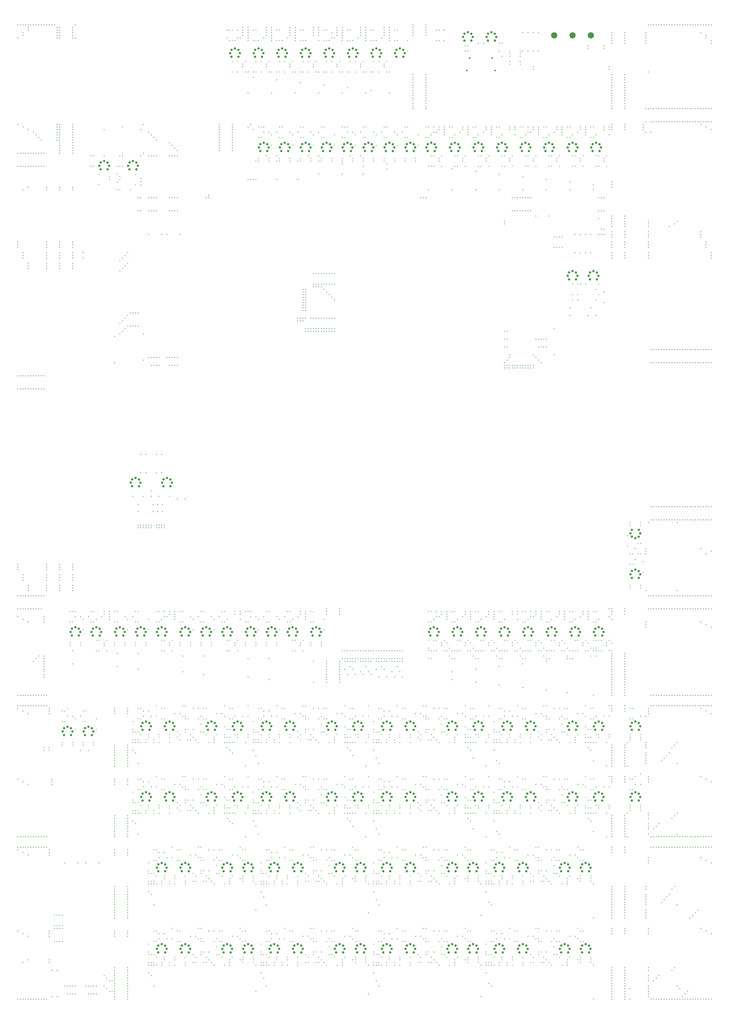
<source format=gbr>
G04 DesignSpark PCB Gerber Version 12.0 Build 5941*
G04 #@! TF.Part,Single*
G04 #@! TF.FilePolarity,Positive*
%FSLAX35Y35*%
%MOIN*%
G04 #@! TA.AperFunction,ComponentDrill*
%ADD87C,0.03150*%
%ADD86C,0.03200*%
G04 #@! TA.AperFunction,MechanicalDrill*
%ADD81C,0.03500*%
%ADD85C,0.03543*%
%ADD84C,0.06299*%
%ADD82C,0.08661*%
%ADD83C,0.23622*%
G04 #@! TD.AperFunction*
X0Y0D02*
D02*
D81*
X20250Y20015D03*
Y280250D03*
Y590250D03*
Y600015D03*
Y640015D03*
Y860250D03*
Y1130250D03*
Y1140015D03*
Y1180250D03*
Y1480250D03*
Y1510250D03*
Y1560250D03*
Y1660250D03*
Y1670250D03*
Y1680250D03*
Y2350250D03*
Y2400250D03*
Y2890250D03*
Y2900250D03*
Y2910250D03*
Y3200250D03*
Y3250250D03*
Y3360250D03*
Y3690250D03*
Y3740250D03*
X30250Y20015D03*
Y600015D03*
Y640015D03*
Y1140015D03*
Y1180250D03*
Y1510250D03*
Y1560250D03*
Y2350250D03*
Y2400250D03*
Y3200250D03*
Y3250250D03*
Y3740250D03*
X40250Y20015D03*
Y160250D03*
Y270250D03*
Y580250D03*
Y600015D03*
Y640015D03*
Y850250D03*
Y1120250D03*
Y1140015D03*
Y1180250D03*
Y1470250D03*
Y1510250D03*
Y1560250D03*
Y1620250D03*
Y1630250D03*
Y1640250D03*
Y2350250D03*
Y2400250D03*
Y2850250D03*
Y2860250D03*
Y2870250D03*
Y3110250D03*
Y3200250D03*
Y3250250D03*
Y3350250D03*
Y3700250D03*
Y3710250D03*
Y3740250D03*
X50250Y20015D03*
Y600015D03*
Y640015D03*
Y1140015D03*
Y1180250D03*
Y1510250D03*
Y1560250D03*
Y2350250D03*
Y2400250D03*
Y3200250D03*
Y3250250D03*
Y3740250D03*
X60250Y20015D03*
Y170250D03*
Y260250D03*
Y570250D03*
Y600015D03*
Y640015D03*
Y840250D03*
Y1110250D03*
Y1140015D03*
Y1180250D03*
Y1460250D03*
Y1510250D03*
Y1560250D03*
Y1580250D03*
Y1590250D03*
Y1600250D03*
Y2350250D03*
Y2400250D03*
Y2810250D03*
Y2820250D03*
Y2830250D03*
Y3120250D03*
Y3200250D03*
Y3250250D03*
Y3340250D03*
Y3720250D03*
Y3730250D03*
Y3740250D03*
X70250Y20015D03*
Y600015D03*
Y640015D03*
Y1140015D03*
Y1180250D03*
Y1510250D03*
Y1560250D03*
Y2350250D03*
Y2400250D03*
Y3200250D03*
Y3250250D03*
Y3740250D03*
X80250Y20015D03*
Y600015D03*
Y640015D03*
Y1140015D03*
Y1180485D03*
Y1310250D03*
Y1510250D03*
Y1560485D03*
Y2350250D03*
Y2400485D03*
Y3200250D03*
Y3250250D03*
Y3330250D03*
Y3740485D03*
X90250Y20015D03*
Y600015D03*
Y640015D03*
Y1140015D03*
Y1180485D03*
Y1320250D03*
Y1510250D03*
Y1560485D03*
Y2350250D03*
Y2400485D03*
Y3200250D03*
Y3250250D03*
Y3320250D03*
Y3740485D03*
X100250Y20015D03*
Y600015D03*
Y640015D03*
Y1140015D03*
Y1180485D03*
Y1330250D03*
Y1510250D03*
Y1560485D03*
Y2350250D03*
Y2400485D03*
Y3200250D03*
Y3250250D03*
Y3310250D03*
Y3740485D03*
X110250Y20015D03*
Y600015D03*
Y640015D03*
Y1140015D03*
Y1180485D03*
Y1510250D03*
Y1560485D03*
Y2350250D03*
Y2400485D03*
Y3200250D03*
Y3250250D03*
Y3300250D03*
Y3740485D03*
X120250Y20250D03*
Y600250D03*
Y640250D03*
Y970250D03*
Y980250D03*
Y1140250D03*
Y1180485D03*
Y1250250D03*
Y1260250D03*
Y1270250D03*
Y1280250D03*
Y1290250D03*
Y1300250D03*
Y1310250D03*
Y1320250D03*
Y1330250D03*
Y1460250D03*
Y1470250D03*
Y1480250D03*
Y1560250D03*
Y2350250D03*
Y2400250D03*
Y3200250D03*
Y3250250D03*
Y3740250D03*
X130250Y20250D03*
Y600250D03*
Y640250D03*
Y1140250D03*
Y1180485D03*
Y1580250D03*
Y1590250D03*
Y1600250D03*
Y1620250D03*
Y1630250D03*
Y1640250D03*
Y1660250D03*
Y1670250D03*
Y1680250D03*
Y2810250D03*
Y2820250D03*
Y2830250D03*
Y2850250D03*
Y2860250D03*
Y2870250D03*
Y2890250D03*
Y2900250D03*
Y2910250D03*
Y3110250D03*
Y3120250D03*
Y3740250D03*
X140250Y160250D03*
Y170250D03*
Y260250D03*
Y270250D03*
Y280250D03*
Y570250D03*
Y580250D03*
Y590250D03*
Y970250D03*
Y980250D03*
Y1110250D03*
Y1120250D03*
Y1130250D03*
Y3740250D03*
X150250Y30250D03*
Y130250D03*
Y840250D03*
Y850250D03*
Y860250D03*
Y3740250D03*
X160250Y240250D03*
Y290250D03*
Y3740250D03*
X170250Y30250D03*
Y130250D03*
Y240250D03*
Y290250D03*
Y3300250D03*
Y3310250D03*
Y3320250D03*
Y3330250D03*
Y3340250D03*
Y3350250D03*
Y3360250D03*
Y3690250D03*
Y3700250D03*
Y3710250D03*
Y3720250D03*
Y3730250D03*
X180250Y240250D03*
Y290250D03*
Y1580250D03*
Y1590250D03*
Y1600250D03*
Y1620250D03*
Y1630250D03*
Y1640250D03*
Y1660250D03*
Y1670250D03*
Y1680250D03*
Y2810250D03*
Y2820250D03*
Y2830250D03*
Y2850250D03*
Y2860250D03*
Y2870250D03*
Y2890250D03*
Y2900250D03*
Y2910250D03*
Y3110250D03*
Y3120250D03*
Y3250250D03*
Y3260250D03*
Y3270250D03*
Y3280250D03*
Y3290250D03*
Y3300250D03*
Y3310250D03*
Y3320250D03*
Y3330250D03*
Y3340250D03*
Y3350250D03*
Y3360250D03*
Y3690250D03*
Y3700250D03*
Y3710250D03*
Y3720250D03*
Y3730250D03*
X190250Y240250D03*
Y290250D03*
X200250Y70250D03*
Y540250D03*
X210250Y40250D03*
Y70250D03*
Y1100250D03*
Y1130250D03*
X220250Y40250D03*
Y70250D03*
X230250Y40250D03*
Y70250D03*
Y1100250D03*
Y1300250D03*
Y1350250D03*
Y1580250D03*
Y1590250D03*
Y1600250D03*
Y1620250D03*
Y1630250D03*
Y1640250D03*
Y1660250D03*
Y1670250D03*
Y1680250D03*
Y2810250D03*
Y2820250D03*
Y2830250D03*
Y2850250D03*
Y2860250D03*
Y2870250D03*
Y2890250D03*
Y2900250D03*
Y2910250D03*
Y3110250D03*
D03*
Y3120250D03*
D03*
Y3250250D03*
Y3260250D03*
Y3270250D03*
Y3280250D03*
Y3290250D03*
Y3300250D03*
Y3310250D03*
Y3320250D03*
Y3330250D03*
Y3340250D03*
Y3350250D03*
Y3360250D03*
Y3690250D03*
Y3700250D03*
Y3710250D03*
Y3720250D03*
Y3730250D03*
X240250Y40250D03*
Y70250D03*
Y1480250D03*
Y1500250D03*
Y3690250D03*
Y3740250D03*
X250250Y540250D03*
X260250Y970250D03*
Y1100250D03*
Y1480250D03*
X270250Y2850250D03*
Y2870250D03*
X280250Y70250D03*
Y540250D03*
X290250Y40250D03*
Y70250D03*
Y970250D03*
Y1480250D03*
X300250Y40250D03*
Y70250D03*
X310250Y40250D03*
Y70250D03*
X320250Y40250D03*
Y70250D03*
Y1470250D03*
X330250Y540250D03*
X340250Y1480250D03*
X350250Y1490250D03*
Y1500250D03*
Y3240250D03*
Y3340250D03*
X370250Y1470250D03*
Y1480250D03*
Y1490250D03*
Y1500250D03*
X390250Y20250D03*
Y30250D03*
Y40250D03*
Y50250D03*
Y60250D03*
Y70250D03*
Y80250D03*
Y90250D03*
Y100250D03*
Y110250D03*
Y120250D03*
Y130250D03*
Y140250D03*
Y260250D03*
Y270250D03*
Y280250D03*
Y330250D03*
Y340250D03*
Y350250D03*
Y360250D03*
Y370250D03*
Y380250D03*
Y390250D03*
Y400250D03*
Y410250D03*
Y420250D03*
Y430250D03*
Y440250D03*
Y450250D03*
Y570250D03*
Y580250D03*
Y590250D03*
Y640250D03*
Y650250D03*
Y660250D03*
Y670250D03*
Y680250D03*
Y690250D03*
Y700250D03*
Y710250D03*
Y720250D03*
Y840250D03*
Y850250D03*
Y860250D03*
Y910250D03*
Y920250D03*
Y930250D03*
Y940250D03*
Y950250D03*
Y960250D03*
Y970250D03*
Y980250D03*
Y990250D03*
Y1110250D03*
Y1120250D03*
Y1130250D03*
Y2450250D03*
Y2550250D03*
X400250Y1290250D03*
Y1340250D03*
X420250Y3250250D03*
Y3350250D03*
X430250Y1480250D03*
X440250Y20250D03*
Y30250D03*
Y40250D03*
Y50250D03*
Y60250D03*
Y70250D03*
Y80250D03*
Y90250D03*
Y100250D03*
Y110250D03*
Y120250D03*
Y130250D03*
Y140250D03*
Y260250D03*
Y270250D03*
Y280250D03*
Y330250D03*
Y340250D03*
Y350250D03*
Y360250D03*
Y370250D03*
Y380250D03*
Y390250D03*
Y400250D03*
Y410250D03*
Y420250D03*
Y430250D03*
Y440250D03*
Y450250D03*
Y570250D03*
Y580250D03*
Y590250D03*
Y640250D03*
Y650250D03*
Y660250D03*
Y670250D03*
Y680250D03*
Y690250D03*
Y700250D03*
Y710250D03*
Y720250D03*
Y840250D03*
Y850250D03*
Y860250D03*
Y910250D03*
Y920250D03*
Y930250D03*
Y940250D03*
Y950250D03*
Y960250D03*
Y970250D03*
Y980250D03*
Y990250D03*
Y1110250D03*
Y1120250D03*
Y1130250D03*
X450250Y2590250D03*
Y2640250D03*
X460250Y700250D03*
Y730250D03*
Y970250D03*
Y1000250D03*
Y1480250D03*
Y2590250D03*
Y2640250D03*
X470250Y690250D03*
Y730250D03*
Y960250D03*
Y1000250D03*
Y2590250D03*
Y2640250D03*
X480093Y1882848D03*
Y1908439D03*
X480250Y650250D03*
Y730250D03*
Y920250D03*
Y1000250D03*
Y1280250D03*
Y1340250D03*
Y1820250D03*
Y1830250D03*
Y2590250D03*
Y2640250D03*
Y3030250D03*
Y3080250D03*
X490250Y1820250D03*
Y1830250D03*
Y2030250D03*
Y2100250D03*
Y3030250D03*
Y3080250D03*
Y3240250D03*
Y3340250D03*
X500250Y830250D03*
Y850250D03*
Y1100250D03*
Y1120250D03*
Y1820250D03*
Y1830250D03*
Y2460250D03*
Y2560250D03*
Y3250250D03*
Y3360250D03*
X510250Y1820250D03*
Y1830250D03*
Y2030250D03*
Y2100250D03*
X520250Y120250D03*
Y150250D03*
Y430250D03*
Y460250D03*
Y850250D03*
Y1120250D03*
Y1820250D03*
Y1830250D03*
Y2470250D03*
Y2940250D03*
Y3030250D03*
Y3080250D03*
Y3240250D03*
Y3330250D03*
X530250Y110250D03*
Y150250D03*
Y420250D03*
Y460250D03*
Y830250D03*
Y1100250D03*
Y1820250D03*
Y1830250D03*
Y2440250D03*
Y2470250D03*
Y3030250D03*
Y3080250D03*
Y3240250D03*
Y3320250D03*
X537179Y1882848D03*
Y1908439D03*
X540250Y70250D03*
Y150250D03*
Y380250D03*
Y460250D03*
Y2440250D03*
Y2470250D03*
Y3030250D03*
Y3080250D03*
Y3240250D03*
Y3310250D03*
X550250Y1820250D03*
Y1830250D03*
Y2030250D03*
Y2100250D03*
Y2440250D03*
Y2470250D03*
Y3030250D03*
Y3080250D03*
Y3240250D03*
Y3300250D03*
X554896Y1882848D03*
Y1908439D03*
X560250Y250250D03*
Y270250D03*
Y560250D03*
Y580250D03*
Y1820250D03*
Y1830250D03*
Y2440250D03*
Y2470250D03*
X570250Y1470250D03*
Y1820250D03*
Y1830250D03*
Y2030250D03*
Y2100250D03*
Y2940250D03*
X572612Y1882848D03*
Y1908439D03*
X580250Y270250D03*
Y580250D03*
Y1480250D03*
Y1500250D03*
Y1820250D03*
Y1830250D03*
X590250Y250250D03*
Y560250D03*
Y1480250D03*
Y2470250D03*
Y2940250D03*
X600250Y1490250D03*
Y1500250D03*
Y2440250D03*
Y2470250D03*
Y3030250D03*
Y3080250D03*
Y3240250D03*
Y3290250D03*
X610250Y2440250D03*
Y2470250D03*
Y3030250D03*
Y3080250D03*
Y3240250D03*
Y3280250D03*
X620250Y840250D03*
Y1110250D03*
Y1470250D03*
Y1480250D03*
Y1490250D03*
Y1500250D03*
Y2440250D03*
Y2470250D03*
Y3030250D03*
Y3080250D03*
Y3240250D03*
Y3270250D03*
X630250Y1930250D03*
Y2440250D03*
Y2470250D03*
Y3030250D03*
Y3080250D03*
Y3240250D03*
Y3260250D03*
X640250Y840250D03*
Y1110250D03*
Y2940250D03*
X650250Y1270250D03*
Y1330250D03*
X660250Y1930250D03*
X680250Y260250D03*
Y570250D03*
Y740250D03*
Y760250D03*
Y1010250D03*
Y1030250D03*
Y1480250D03*
X690250Y750250D03*
Y780250D03*
Y860250D03*
Y1020250D03*
Y1050250D03*
Y1130250D03*
X700250Y260250D03*
Y570250D03*
Y740250D03*
Y1010250D03*
X710250Y1480250D03*
X730250Y1260250D03*
Y1330250D03*
X740250Y160250D03*
Y180250D03*
Y470250D03*
Y490250D03*
Y3080250D03*
X750250Y170250D03*
Y200250D03*
Y280250D03*
Y480250D03*
Y510250D03*
Y590250D03*
Y3080250D03*
Y3090250D03*
X760250Y160250D03*
Y470250D03*
Y1480250D03*
X770250Y750250D03*
Y1020250D03*
X780250Y840250D03*
Y1110250D03*
X790250Y1480250D03*
Y3260250D03*
Y3270250D03*
Y3280250D03*
Y3290250D03*
Y3300250D03*
Y3310250D03*
Y3320250D03*
Y3330250D03*
Y3340250D03*
Y3350250D03*
Y3360250D03*
X800250Y840250D03*
Y1110250D03*
X810250Y730250D03*
Y750250D03*
Y1000250D03*
Y1020250D03*
X820250Y710250D03*
Y730250D03*
Y980250D03*
Y1000250D03*
Y1470250D03*
Y3690250D03*
Y3720250D03*
X830250Y170250D03*
Y480250D03*
Y700250D03*
Y730250D03*
Y970250D03*
Y1000250D03*
X840250Y260250D03*
Y570250D03*
Y690250D03*
Y730250D03*
Y960250D03*
Y1000250D03*
Y3260250D03*
Y3270250D03*
Y3280250D03*
Y3290250D03*
Y3300250D03*
Y3310250D03*
Y3320250D03*
Y3330250D03*
Y3340250D03*
Y3350250D03*
Y3360250D03*
X850250Y830250D03*
Y1100250D03*
Y1490250D03*
Y1500250D03*
Y3680250D03*
X860250Y260250D03*
Y570250D03*
Y3690250D03*
Y3720250D03*
X870250Y170250D03*
Y480250D03*
Y1470250D03*
Y1490250D03*
Y1500250D03*
Y3690250D03*
X880250Y3700250D03*
Y3710250D03*
Y3720250D03*
Y3730250D03*
X890250Y640250D03*
Y730250D03*
Y910250D03*
Y1000250D03*
X900250Y1250250D03*
Y1320250D03*
Y3150250D03*
Y3350250D03*
Y3480250D03*
Y3560250D03*
Y3680250D03*
Y3690250D03*
Y3700250D03*
Y3710250D03*
Y3720250D03*
Y3730250D03*
X910250Y1480250D03*
Y1500250D03*
Y3150250D03*
Y3360250D03*
X920250Y700250D03*
Y730250D03*
Y970250D03*
Y1000250D03*
Y3150250D03*
Y3340250D03*
Y3540250D03*
Y3560250D03*
X930250Y50250D03*
Y150250D03*
Y360250D03*
Y460250D03*
Y680250D03*
Y730250D03*
Y950250D03*
Y1000250D03*
Y1480250D03*
Y3150250D03*
Y3220250D03*
X940250Y650250D03*
Y730250D03*
Y920250D03*
Y1000250D03*
Y3680250D03*
X950250Y120250D03*
Y150250D03*
Y430250D03*
Y460250D03*
X960250Y100250D03*
Y150250D03*
Y410250D03*
Y460250D03*
Y830250D03*
Y850250D03*
Y1100250D03*
Y1120250D03*
Y1480250D03*
Y3330250D03*
Y3350250D03*
Y3690250D03*
X970250Y70250D03*
Y150250D03*
Y380250D03*
Y460250D03*
Y3240250D03*
Y3700250D03*
Y3710250D03*
Y3720250D03*
Y3730250D03*
X980250Y850250D03*
Y1120250D03*
Y1240250D03*
Y1320250D03*
Y3330250D03*
X990250Y250250D03*
Y270250D03*
Y560250D03*
Y580250D03*
Y830250D03*
Y1100250D03*
Y3480250D03*
Y3560250D03*
Y3680250D03*
Y3690250D03*
Y3700250D03*
Y3710250D03*
Y3720250D03*
Y3730250D03*
X1010250Y270250D03*
Y580250D03*
Y1480250D03*
Y3150250D03*
Y3220250D03*
Y3240250D03*
Y3330250D03*
Y3530250D03*
Y3560250D03*
X1020250Y250250D03*
Y560250D03*
X1030250Y3680250D03*
X1040250Y1480250D03*
X1050250Y3690250D03*
X1060250Y3330250D03*
Y3700250D03*
Y3710250D03*
Y3720250D03*
Y3730250D03*
X1070250Y1470250D03*
X1080250Y840250D03*
Y1110250D03*
Y3480250D03*
Y3560250D03*
Y3680250D03*
Y3690250D03*
Y3700250D03*
Y3710250D03*
Y3720250D03*
Y3730250D03*
X1090250Y1480250D03*
Y2610250D03*
Y2620250D03*
Y3150250D03*
Y3220250D03*
Y3330250D03*
X1100250Y840250D03*
Y1110250D03*
Y1490250D03*
Y1500250D03*
Y2610250D03*
Y2620250D03*
Y3520250D03*
Y3560250D03*
X1110250Y260250D03*
Y570250D03*
Y2610250D03*
Y2620250D03*
Y2650250D03*
Y2660250D03*
Y2670250D03*
Y2680250D03*
Y2690250D03*
Y2700250D03*
Y2710250D03*
Y2720250D03*
Y2730250D03*
X1120250Y1470250D03*
Y1480250D03*
Y1490250D03*
Y1500250D03*
Y2570250D03*
Y2580250D03*
Y2620250D03*
Y2650250D03*
Y2660250D03*
Y2670250D03*
Y2680250D03*
Y2690250D03*
Y2700250D03*
Y2710250D03*
Y2720250D03*
Y2730250D03*
Y3680250D03*
X1130250Y260250D03*
Y570250D03*
Y2570250D03*
Y2580250D03*
Y3240250D03*
X1140250Y740250D03*
Y760250D03*
Y1010250D03*
Y1030250D03*
Y2570250D03*
Y2580250D03*
Y2620250D03*
Y3330250D03*
X1150250Y750250D03*
Y780250D03*
Y860250D03*
Y1020250D03*
Y1050250D03*
Y1130250D03*
Y1230250D03*
Y1310250D03*
Y2570250D03*
Y2580250D03*
Y2620250D03*
Y2740250D03*
Y3700250D03*
Y3710250D03*
Y3720250D03*
Y3730250D03*
X1160250Y740250D03*
Y1010250D03*
Y2570250D03*
Y2580250D03*
Y2620250D03*
Y2740250D03*
X1170250Y160250D03*
Y180250D03*
Y470250D03*
Y490250D03*
Y2570250D03*
Y2580250D03*
Y2620250D03*
Y2740250D03*
Y3170250D03*
Y3220250D03*
Y3240250D03*
Y3330250D03*
Y3480250D03*
Y3560250D03*
Y3680250D03*
Y3700250D03*
Y3710250D03*
Y3720250D03*
Y3730250D03*
X1180250Y170250D03*
Y200250D03*
Y280250D03*
Y480250D03*
Y510250D03*
Y590250D03*
Y2570250D03*
Y2580250D03*
Y2620250D03*
Y2740250D03*
X1190250Y160250D03*
Y470250D03*
Y2570250D03*
Y2580250D03*
Y2620250D03*
Y2730250D03*
Y3510250D03*
Y3560250D03*
X1200250Y1230250D03*
Y1240250D03*
Y1250250D03*
Y1260250D03*
Y1270250D03*
Y1280250D03*
Y1290250D03*
Y1300250D03*
Y1310250D03*
Y1490250D03*
Y1500250D03*
Y1510250D03*
Y2570250D03*
Y2580250D03*
Y2620250D03*
Y2720250D03*
X1210250Y2570250D03*
Y2580250D03*
Y2620250D03*
Y2710250D03*
Y3680250D03*
X1220250Y2570250D03*
Y2580250D03*
Y2620250D03*
Y2700250D03*
Y3690250D03*
Y3710250D03*
X1230250Y750250D03*
Y1020250D03*
Y2570250D03*
Y2580250D03*
Y2620250D03*
Y2690250D03*
Y3690250D03*
X1240250Y840250D03*
Y1110250D03*
Y3700250D03*
Y3710250D03*
Y3720250D03*
Y3730250D03*
X1250250Y1230250D03*
Y1240250D03*
Y1250250D03*
Y1260250D03*
Y1270250D03*
Y1280250D03*
Y1290250D03*
Y1300250D03*
Y1310250D03*
Y1490250D03*
Y1500250D03*
Y1510250D03*
X1260250Y170250D03*
Y480250D03*
Y840250D03*
Y1110250D03*
Y3170250D03*
Y3210250D03*
Y3480250D03*
Y3560250D03*
Y3680250D03*
Y3690250D03*
Y3700250D03*
Y3710250D03*
Y3720250D03*
Y3730250D03*
X1270250Y260250D03*
Y570250D03*
Y730250D03*
Y750250D03*
Y1000250D03*
Y1020250D03*
Y1280250D03*
Y1310250D03*
X1280250Y710250D03*
Y730250D03*
Y980250D03*
Y1000250D03*
Y1260250D03*
Y1310250D03*
Y3330250D03*
Y3350250D03*
Y3500250D03*
Y3560250D03*
X1290250Y260250D03*
Y570250D03*
Y700250D03*
Y730250D03*
Y970250D03*
Y1000250D03*
Y1290250D03*
Y1310250D03*
Y3240250D03*
X1300250Y170250D03*
Y480250D03*
Y680250D03*
Y730250D03*
Y950250D03*
Y1000250D03*
Y1280250D03*
Y1310250D03*
Y3330250D03*
Y3680250D03*
X1310250Y830250D03*
Y1100250D03*
Y1260250D03*
Y1310250D03*
X1320250Y3690250D03*
X1330250Y1270250D03*
Y1310250D03*
Y3240250D03*
Y3330250D03*
Y3700250D03*
Y3710250D03*
Y3720250D03*
Y3730250D03*
X1340250Y1260250D03*
Y1310250D03*
Y3170250D03*
Y3200250D03*
X1350250Y640250D03*
Y730250D03*
Y910250D03*
Y1000250D03*
Y1290250D03*
Y1310250D03*
Y3480250D03*
Y3560250D03*
Y3680250D03*
Y3690250D03*
Y3700250D03*
Y3710250D03*
Y3720250D03*
Y3730250D03*
X1360250Y40250D03*
Y150250D03*
Y350250D03*
Y460250D03*
Y1270250D03*
Y1310250D03*
X1370250Y1260250D03*
Y1310250D03*
Y3490250D03*
Y3560250D03*
X1380250Y120250D03*
Y150250D03*
Y430250D03*
Y460250D03*
Y700250D03*
Y730250D03*
Y970250D03*
Y1000250D03*
Y3330250D03*
X1390250Y90250D03*
Y150250D03*
Y400250D03*
Y460250D03*
Y670250D03*
Y730250D03*
Y940250D03*
Y1000250D03*
Y1280250D03*
Y1310250D03*
Y3680250D03*
X1400250Y70250D03*
Y150250D03*
Y380250D03*
Y460250D03*
Y650250D03*
Y730250D03*
Y920250D03*
Y1000250D03*
Y1250250D03*
Y1310250D03*
X1410250Y1290250D03*
Y1310250D03*
Y3330250D03*
Y3690250D03*
X1420250Y250250D03*
Y270250D03*
Y560250D03*
Y580250D03*
Y830250D03*
Y850250D03*
Y1100250D03*
Y1120250D03*
Y1280250D03*
Y1310250D03*
Y3700250D03*
Y3710250D03*
Y3720250D03*
Y3730250D03*
X1430250Y1250250D03*
Y1310250D03*
Y3190250D03*
Y3210250D03*
X1440250Y270250D03*
Y580250D03*
Y850250D03*
Y1120250D03*
Y3480250D03*
Y3560250D03*
Y3680250D03*
Y3690250D03*
Y3700250D03*
Y3710250D03*
Y3720250D03*
Y3730250D03*
X1450250Y250250D03*
Y560250D03*
Y830250D03*
Y1100250D03*
Y1270250D03*
Y1310250D03*
X1460250Y1250250D03*
Y1310250D03*
Y3330250D03*
X1470250Y1290250D03*
Y1310250D03*
X1480250Y1270250D03*
Y1310250D03*
X1490250Y1250250D03*
Y1310250D03*
Y3330250D03*
X1530250Y3420250D03*
Y3430250D03*
Y3440250D03*
Y3450250D03*
Y3460250D03*
Y3470250D03*
Y3480250D03*
Y3490250D03*
Y3500250D03*
Y3510250D03*
Y3520250D03*
Y3530250D03*
Y3540250D03*
Y3550250D03*
Y3700250D03*
Y3710250D03*
Y3720250D03*
Y3730250D03*
Y3740250D03*
X1540250Y260250D03*
Y570250D03*
Y840250D03*
Y1110250D03*
X1560250Y260250D03*
Y570250D03*
Y840250D03*
Y1110250D03*
Y3080250D03*
X1570250D03*
X1580250D03*
Y3420250D03*
Y3430250D03*
Y3440250D03*
Y3450250D03*
Y3460250D03*
Y3470250D03*
Y3480250D03*
Y3490250D03*
Y3500250D03*
Y3510250D03*
Y3520250D03*
Y3530250D03*
Y3540250D03*
Y3550250D03*
Y3700250D03*
Y3710250D03*
Y3720250D03*
Y3730250D03*
Y3740250D03*
X1590250Y3110250D03*
Y3200250D03*
X1600250Y160250D03*
Y180250D03*
Y470250D03*
Y490250D03*
Y740250D03*
Y760250D03*
Y1010250D03*
Y1030250D03*
Y3320250D03*
X1610250Y170250D03*
Y200250D03*
Y280250D03*
Y480250D03*
Y510250D03*
Y590250D03*
Y750250D03*
Y780250D03*
Y860250D03*
Y1020250D03*
Y1050250D03*
Y1130250D03*
Y1470250D03*
Y3330250D03*
Y3350250D03*
X1620250Y160250D03*
Y470250D03*
Y740250D03*
Y1010250D03*
Y1480250D03*
Y1500250D03*
Y3330250D03*
Y3680250D03*
Y3720250D03*
X1630250Y1480250D03*
Y3340250D03*
Y3350250D03*
Y3680250D03*
Y3720250D03*
X1640250Y1490250D03*
Y1500250D03*
X1650250Y3320250D03*
Y3330250D03*
Y3340250D03*
Y3350250D03*
Y3680250D03*
Y3720250D03*
X1660250Y1470250D03*
Y1480250D03*
Y1490250D03*
Y1500250D03*
X1680250Y1240250D03*
Y1270250D03*
Y3110250D03*
Y3190250D03*
X1690250Y170250D03*
Y480250D03*
Y750250D03*
Y1020250D03*
Y3320250D03*
X1700250Y260250D03*
Y570250D03*
Y840250D03*
Y1110250D03*
Y1470250D03*
X1710250Y3330250D03*
X1720250Y260250D03*
Y570250D03*
Y840250D03*
Y1110250D03*
Y1480250D03*
Y3340250D03*
Y3350250D03*
X1730250Y170250D03*
Y480250D03*
Y730250D03*
Y750250D03*
Y1000250D03*
Y1020250D03*
Y1490250D03*
Y1500250D03*
Y3640250D03*
Y3660250D03*
X1740250Y710250D03*
Y730250D03*
Y980250D03*
Y1000250D03*
Y3320250D03*
Y3330250D03*
Y3340250D03*
Y3350250D03*
Y3640250D03*
Y3660250D03*
X1750250Y700250D03*
Y730250D03*
Y970250D03*
Y1000250D03*
Y1470250D03*
Y1480250D03*
Y1490250D03*
Y1500250D03*
X1760250Y670250D03*
Y730250D03*
Y940250D03*
Y1000250D03*
X1770250Y830250D03*
Y1100250D03*
Y1230250D03*
Y1280250D03*
Y3110250D03*
Y3180250D03*
X1780250Y3320250D03*
Y3670250D03*
X1790250Y30250D03*
Y150250D03*
Y340250D03*
Y460250D03*
Y1470250D03*
X1800250Y3330250D03*
Y3670250D03*
X1810250Y120250D03*
Y150250D03*
Y430250D03*
Y460250D03*
Y640250D03*
Y730250D03*
Y910250D03*
Y1000250D03*
Y1480250D03*
Y3340250D03*
Y3350250D03*
X1820250Y80250D03*
Y150250D03*
Y390250D03*
Y460250D03*
Y1490250D03*
Y1500250D03*
X1830250Y70250D03*
Y150250D03*
Y380250D03*
Y460250D03*
Y3320250D03*
Y3330250D03*
Y3340250D03*
Y3350250D03*
X1840250Y700250D03*
Y730250D03*
Y970250D03*
Y1000250D03*
Y1470250D03*
Y1480250D03*
Y1490250D03*
Y1500250D03*
X1850250Y250250D03*
Y270250D03*
Y560250D03*
Y580250D03*
Y660250D03*
Y730250D03*
Y930250D03*
Y1000250D03*
X1860250Y650250D03*
Y730250D03*
Y920250D03*
Y1000250D03*
Y1220250D03*
Y1290250D03*
Y3110250D03*
Y3170250D03*
Y3640250D03*
Y3670250D03*
X1870250Y270250D03*
Y580250D03*
Y3320250D03*
Y3620250D03*
Y3670250D03*
X1880250Y250250D03*
Y560250D03*
Y830250D03*
Y850250D03*
Y1100250D03*
Y1120250D03*
Y1470250D03*
Y2430250D03*
Y2440250D03*
Y2450250D03*
Y2980250D03*
Y2990250D03*
X1890250Y2430250D03*
Y2440250D03*
Y2460250D03*
X1900250Y850250D03*
Y1120250D03*
Y2430250D03*
Y2440250D03*
Y2470250D03*
Y2480250D03*
Y3340250D03*
Y3350250D03*
Y3590250D03*
Y3600250D03*
Y3620250D03*
X1910250Y830250D03*
Y1100250D03*
Y1490250D03*
Y1500250D03*
Y2430250D03*
Y2440250D03*
Y3030250D03*
Y3080250D03*
X1920250Y2430250D03*
Y2440250D03*
Y3030250D03*
Y3080250D03*
Y3320250D03*
Y3340250D03*
Y3350250D03*
X1930250Y1470250D03*
Y1490250D03*
Y1500250D03*
Y2430250D03*
Y2440250D03*
Y3030250D03*
Y3080250D03*
X1940250Y2430250D03*
Y2440250D03*
Y3030250D03*
Y3080250D03*
Y3590250D03*
Y3600250D03*
Y3620250D03*
X1950250Y1210250D03*
Y1300250D03*
Y2430250D03*
Y2440250D03*
Y3030250D03*
Y3080250D03*
Y3110250D03*
Y3160250D03*
Y3640250D03*
Y3710250D03*
X1960250Y2430250D03*
Y2440250D03*
Y3030250D03*
Y3080250D03*
Y3320250D03*
X1970250Y260250D03*
Y570250D03*
Y1470250D03*
Y2430250D03*
Y2440250D03*
Y3030250D03*
Y3080250D03*
Y3330250D03*
Y3350250D03*
Y3640250D03*
Y3710250D03*
X1980250Y1480250D03*
Y1500250D03*
Y2430250D03*
Y2440250D03*
Y3030250D03*
Y3080250D03*
Y3330250D03*
X1990250Y260250D03*
Y570250D03*
Y1480250D03*
Y2430250D03*
Y2440250D03*
Y2480250D03*
Y3340250D03*
Y3350250D03*
Y3570250D03*
Y3580250D03*
Y3640250D03*
Y3710250D03*
X2000250Y840250D03*
Y1110250D03*
Y1490250D03*
Y1500250D03*
Y2470250D03*
Y2540250D03*
Y3010250D03*
X2010250Y2460250D03*
Y2510250D03*
Y2540250D03*
Y3320250D03*
Y3330250D03*
Y3340250D03*
Y3350250D03*
Y3640250D03*
Y3710250D03*
X2020250Y840250D03*
Y1110250D03*
Y1470250D03*
Y1480250D03*
Y1490250D03*
Y1500250D03*
Y2450250D03*
Y2510250D03*
Y2540250D03*
X2030250Y160250D03*
Y180250D03*
Y470250D03*
Y490250D03*
Y2510250D03*
Y2540250D03*
X2040250Y170250D03*
Y200250D03*
Y280250D03*
Y480250D03*
Y510250D03*
Y590250D03*
Y1200250D03*
Y1310250D03*
Y2510250D03*
Y2540250D03*
Y3110250D03*
Y3150250D03*
X2050250Y160250D03*
Y470250D03*
Y3010250D03*
Y3320250D03*
X2060250Y740250D03*
Y760250D03*
Y1010250D03*
Y1030250D03*
Y1470250D03*
X2070250Y750250D03*
Y780250D03*
Y860250D03*
Y1020250D03*
Y1050250D03*
Y1130250D03*
Y2480250D03*
Y2580250D03*
Y3330250D03*
X2080250Y740250D03*
Y1010250D03*
Y1480250D03*
Y3340250D03*
Y3350250D03*
X2090250Y1490250D03*
Y1500250D03*
X2100250Y3320250D03*
Y3330250D03*
Y3340250D03*
Y3350250D03*
X2110250Y1470250D03*
Y1480250D03*
Y1490250D03*
Y1500250D03*
X2120250Y170250D03*
Y480250D03*
Y1190250D03*
Y1320250D03*
X2130250Y260250D03*
Y570250D03*
Y2630250D03*
Y2660250D03*
Y3110250D03*
Y3140250D03*
X2140250Y2690250D03*
Y3320250D03*
X2150250Y260250D03*
Y570250D03*
Y750250D03*
Y1020250D03*
Y1470250D03*
Y2870250D03*
Y2940250D03*
X2160250Y170250D03*
Y480250D03*
Y840250D03*
Y1110250D03*
Y2690250D03*
Y3330250D03*
X2170250Y1480250D03*
Y2750250D03*
Y2870250D03*
Y2940250D03*
Y3340250D03*
Y3350250D03*
X2180250Y840250D03*
Y1110250D03*
Y1490250D03*
Y1500250D03*
X2190250Y730250D03*
Y750250D03*
Y1000250D03*
Y1020250D03*
Y2750250D03*
Y2870250D03*
Y2940250D03*
Y3320250D03*
Y3330250D03*
Y3340250D03*
Y3350250D03*
X2200250Y710250D03*
Y730250D03*
Y980250D03*
Y1000250D03*
Y1470250D03*
Y1480250D03*
Y1490250D03*
Y1500250D03*
Y2630250D03*
Y3650250D03*
Y3660250D03*
X2210250Y700250D03*
Y730250D03*
Y970250D03*
Y1000250D03*
Y2660250D03*
Y2870250D03*
Y2940250D03*
X2220250Y20250D03*
Y150250D03*
Y330250D03*
Y460250D03*
Y660250D03*
Y730250D03*
Y930250D03*
Y1000250D03*
Y1180250D03*
Y1350250D03*
Y3110250D03*
Y3130250D03*
X2230250Y830250D03*
Y1100250D03*
Y1330250D03*
Y1350250D03*
Y2630250D03*
Y3320250D03*
X2240250Y1470250D03*
Y2940250D03*
Y3000250D03*
Y3030250D03*
Y3080250D03*
X2250250Y2940250D03*
Y2960250D03*
Y3030250D03*
Y3080250D03*
X2260250Y2680250D03*
Y2720250D03*
Y2940250D03*
Y2960250D03*
Y3030250D03*
Y3080250D03*
Y3340250D03*
Y3350250D03*
Y3650250D03*
Y3660250D03*
X2270250Y640250D03*
Y730250D03*
Y910250D03*
Y1000250D03*
X2280250Y1480250D03*
Y1510250D03*
Y3320250D03*
Y3340250D03*
Y3350250D03*
Y3570250D03*
Y3580250D03*
X2290250Y20250D03*
Y30250D03*
Y40250D03*
Y50250D03*
Y60250D03*
Y70250D03*
Y80250D03*
Y90250D03*
Y100250D03*
Y110250D03*
Y120250D03*
Y130250D03*
Y140250D03*
Y270250D03*
Y280250D03*
Y290250D03*
Y330250D03*
Y340250D03*
Y350250D03*
Y360250D03*
Y370250D03*
Y380250D03*
Y390250D03*
Y400250D03*
Y410250D03*
Y420250D03*
Y430250D03*
Y440250D03*
Y450250D03*
Y580250D03*
Y590250D03*
Y600250D03*
Y640250D03*
Y650250D03*
Y660250D03*
Y670250D03*
Y680250D03*
Y690250D03*
Y700250D03*
Y710250D03*
Y720250D03*
Y850250D03*
Y860250D03*
Y870250D03*
Y910250D03*
Y920250D03*
Y930250D03*
Y940250D03*
Y950250D03*
Y960250D03*
Y970250D03*
Y980250D03*
Y990250D03*
Y1120250D03*
Y1130250D03*
Y1140250D03*
Y1180250D03*
Y1190250D03*
Y1200250D03*
Y1210250D03*
Y1220250D03*
Y1230250D03*
Y1240250D03*
Y1250250D03*
Y1260250D03*
Y1270250D03*
Y1280250D03*
Y1290250D03*
Y1300250D03*
Y1310250D03*
Y1320250D03*
Y1330250D03*
Y1340250D03*
Y1470250D03*
Y1490250D03*
Y1500250D03*
Y1510250D03*
Y2850250D03*
Y2860250D03*
Y2870250D03*
Y2890250D03*
Y2900250D03*
Y2910250D03*
Y2930250D03*
Y2940250D03*
Y2950250D03*
Y2970250D03*
Y2980250D03*
Y2990250D03*
Y3000250D03*
Y3010250D03*
Y3120250D03*
Y3130250D03*
Y3140250D03*
Y3340250D03*
Y3350250D03*
Y3360250D03*
Y3420250D03*
Y3430250D03*
Y3440250D03*
Y3450250D03*
Y3460250D03*
Y3470250D03*
Y3480250D03*
Y3490250D03*
Y3500250D03*
Y3510250D03*
Y3520250D03*
Y3530250D03*
Y3540250D03*
Y3550250D03*
Y3670250D03*
Y3680250D03*
Y3690250D03*
Y3700250D03*
Y3710250D03*
X2340250Y20250D03*
Y30250D03*
Y40250D03*
Y50250D03*
Y60250D03*
Y70250D03*
Y80250D03*
Y90250D03*
Y100250D03*
Y110250D03*
Y120250D03*
Y130250D03*
Y140250D03*
Y270250D03*
Y280250D03*
Y290250D03*
Y330250D03*
Y340250D03*
Y350250D03*
Y360250D03*
Y370250D03*
Y380250D03*
Y390250D03*
Y400250D03*
Y410250D03*
Y420250D03*
Y430250D03*
Y440250D03*
Y450250D03*
Y580250D03*
Y590250D03*
Y600250D03*
Y640250D03*
Y650250D03*
Y660250D03*
Y670250D03*
Y680250D03*
Y690250D03*
Y700250D03*
Y710250D03*
Y720250D03*
Y850250D03*
Y860250D03*
Y870250D03*
Y910250D03*
Y920250D03*
Y930250D03*
Y940250D03*
Y950250D03*
Y960250D03*
Y970250D03*
Y980250D03*
Y990250D03*
Y1120250D03*
Y1130250D03*
Y1140250D03*
Y1180250D03*
Y1190250D03*
Y1200250D03*
Y1210250D03*
Y1220250D03*
Y1230250D03*
Y1240250D03*
Y1250250D03*
Y1260250D03*
Y1270250D03*
Y1280250D03*
Y1290250D03*
Y1300250D03*
Y1310250D03*
Y1320250D03*
Y1330250D03*
Y1340250D03*
Y1490250D03*
Y1500250D03*
Y1510250D03*
Y2850250D03*
Y2860250D03*
Y2870250D03*
Y2890250D03*
Y2900250D03*
Y2910250D03*
Y2930250D03*
Y2940250D03*
Y2950250D03*
Y2970250D03*
Y2980250D03*
Y2990250D03*
Y3000250D03*
Y3010250D03*
Y3340250D03*
Y3350250D03*
Y3360250D03*
Y3420250D03*
Y3430250D03*
Y3440250D03*
Y3450250D03*
Y3460250D03*
Y3470250D03*
Y3480250D03*
Y3490250D03*
Y3500250D03*
Y3510250D03*
Y3520250D03*
Y3530250D03*
Y3540250D03*
Y3550250D03*
Y3670250D03*
Y3680250D03*
Y3690250D03*
Y3700250D03*
Y3710250D03*
X2350250Y640250D03*
Y730250D03*
Y910250D03*
Y1000250D03*
X2360250Y20250D03*
Y60250D03*
X2380250Y840250D03*
Y870250D03*
Y1700250D03*
Y1740250D03*
X2400250Y840250D03*
Y880250D03*
Y1100250D03*
X2410250Y3340250D03*
Y3350250D03*
Y3360250D03*
X2420250Y330250D03*
Y340250D03*
Y350250D03*
Y360250D03*
Y380250D03*
Y390250D03*
Y400250D03*
Y410250D03*
Y420250D03*
Y440250D03*
Y450250D03*
Y920250D03*
Y930250D03*
Y940250D03*
Y950250D03*
Y960250D03*
Y980250D03*
Y990250D03*
Y1000250D03*
Y1100250D03*
Y1440250D03*
Y1450250D03*
Y1460250D03*
Y1580250D03*
Y1720250D03*
Y1730250D03*
Y1740250D03*
Y3330250D03*
Y3370250D03*
Y3420250D03*
Y3670250D03*
Y3680250D03*
Y3690250D03*
Y3700250D03*
Y3710250D03*
X2430250Y30250D03*
Y40250D03*
Y50250D03*
Y60250D03*
Y70250D03*
Y90250D03*
Y100250D03*
Y110250D03*
Y130250D03*
Y140250D03*
Y270250D03*
Y280250D03*
Y290250D03*
Y540250D03*
Y550250D03*
Y560250D03*
Y650250D03*
Y670250D03*
Y680250D03*
Y690250D03*
Y710250D03*
Y720250D03*
Y730250D03*
Y850250D03*
Y860250D03*
Y870250D03*
Y1110250D03*
Y1120250D03*
Y1130250D03*
Y1510250D03*
Y1560250D03*
Y1840250D03*
Y2850250D03*
Y2860250D03*
Y2870250D03*
Y2890250D03*
Y2900250D03*
Y2910250D03*
Y2930250D03*
Y2940250D03*
Y2950250D03*
Y2970250D03*
Y2980250D03*
Y2990250D03*
Y3420250D03*
Y3560250D03*
Y3740250D03*
X2440250Y20250D03*
Y600250D03*
Y640250D03*
Y1140250D03*
Y1180250D03*
Y1510250D03*
Y1560250D03*
Y1850250D03*
Y1900250D03*
Y2450250D03*
Y2500250D03*
Y3330250D03*
Y3370250D03*
Y3420250D03*
Y3740250D03*
X2450250Y20250D03*
Y90250D03*
Y600250D03*
Y640250D03*
Y670250D03*
Y1140250D03*
Y1180250D03*
Y1510250D03*
Y1560250D03*
Y1850250D03*
Y1900250D03*
Y2450250D03*
Y2500250D03*
Y3370250D03*
Y3420250D03*
Y3740250D03*
X2460250Y20250D03*
Y100250D03*
Y600250D03*
Y640250D03*
Y680250D03*
Y1140250D03*
Y1180250D03*
Y1510250D03*
Y1560250D03*
Y1850250D03*
Y1900250D03*
Y2450250D03*
Y2500250D03*
Y3370250D03*
Y3420250D03*
Y3740250D03*
X2470250Y20250D03*
Y110250D03*
Y600250D03*
Y640250D03*
Y690250D03*
Y1140250D03*
Y1180250D03*
Y1510250D03*
Y1560250D03*
Y1850250D03*
Y1900250D03*
Y2450250D03*
Y2500250D03*
Y3370250D03*
Y3420250D03*
Y3740250D03*
X2480250Y20250D03*
Y390250D03*
Y600250D03*
Y640250D03*
Y930250D03*
Y1140250D03*
Y1180250D03*
Y1510250D03*
Y1560250D03*
Y1850250D03*
Y1900250D03*
Y2450250D03*
Y2500250D03*
Y3370250D03*
Y3420250D03*
Y3740250D03*
X2490250Y20250D03*
Y400250D03*
Y600250D03*
Y640250D03*
Y940250D03*
Y1140250D03*
Y1180250D03*
Y1510250D03*
Y1560250D03*
Y1850250D03*
Y1900250D03*
Y2450250D03*
Y2500250D03*
Y3370250D03*
Y3420250D03*
Y3740250D03*
X2500250Y20250D03*
Y410250D03*
Y600250D03*
Y640250D03*
Y950250D03*
Y1140250D03*
Y1180250D03*
Y1510250D03*
Y1560250D03*
Y1850250D03*
Y1900250D03*
Y2450250D03*
Y2500250D03*
Y3370250D03*
Y3420250D03*
Y3740250D03*
X2510250Y20250D03*
Y420250D03*
Y600250D03*
Y640250D03*
Y960250D03*
Y1140250D03*
Y1180250D03*
Y1510250D03*
Y1560250D03*
Y1850250D03*
Y1900250D03*
Y2450250D03*
Y2500250D03*
Y2970250D03*
Y3370250D03*
Y3420250D03*
Y3740250D03*
X2520250Y20250D03*
Y130250D03*
Y440250D03*
Y600250D03*
Y640250D03*
Y710250D03*
Y980250D03*
Y1140250D03*
Y1180250D03*
Y1510250D03*
Y1560250D03*
Y1850250D03*
Y1900250D03*
Y2450250D03*
Y2500250D03*
Y3370250D03*
Y3420250D03*
Y3740250D03*
X2530250Y20250D03*
Y140250D03*
Y450250D03*
Y600250D03*
Y640250D03*
Y720250D03*
Y990250D03*
Y1140250D03*
Y1180250D03*
Y1510250D03*
Y1560250D03*
Y1850250D03*
Y1900250D03*
Y2450250D03*
Y2500250D03*
Y2980250D03*
Y3370250D03*
Y3420250D03*
Y3740250D03*
X2540250Y20250D03*
Y70250D03*
Y380250D03*
Y600250D03*
Y640250D03*
Y650250D03*
Y730250D03*
Y920250D03*
Y1000250D03*
Y1140250D03*
Y1180250D03*
Y1510250D03*
Y1560250D03*
Y1580250D03*
Y1840250D03*
Y1850250D03*
Y1900250D03*
Y2450250D03*
Y2500250D03*
Y2990250D03*
Y3370250D03*
Y3420250D03*
Y3740250D03*
X2550250Y20250D03*
Y60250D03*
Y600250D03*
Y640250D03*
Y1140250D03*
Y1180250D03*
Y1510250D03*
Y1560250D03*
Y1850250D03*
Y1900250D03*
Y2450250D03*
Y2500250D03*
Y3370250D03*
Y3420250D03*
Y3740250D03*
X2560250Y20250D03*
Y30250D03*
Y600250D03*
Y640250D03*
Y1140250D03*
Y1180250D03*
Y1510250D03*
Y1560250D03*
Y1850250D03*
Y1900250D03*
Y2450250D03*
Y2500250D03*
Y3370250D03*
Y3420250D03*
Y3740250D03*
X2570250Y20250D03*
Y40250D03*
Y600250D03*
Y640250D03*
Y1140250D03*
Y1180250D03*
Y1510250D03*
Y1560250D03*
Y1850250D03*
Y1900250D03*
Y2450250D03*
Y2500250D03*
Y3370250D03*
Y3420250D03*
Y3740250D03*
X2580250Y20250D03*
Y50250D03*
Y600250D03*
Y640250D03*
Y1140250D03*
Y1180250D03*
Y1510250D03*
Y1560250D03*
Y1850250D03*
Y1900250D03*
Y2450250D03*
Y2500250D03*
Y3370250D03*
Y3420250D03*
Y3740250D03*
X2590250Y20250D03*
Y330250D03*
Y600250D03*
Y640250D03*
Y1140250D03*
Y1180250D03*
Y1510250D03*
Y1560250D03*
Y1850250D03*
Y1900250D03*
Y2450250D03*
Y2500250D03*
Y3370250D03*
Y3420250D03*
Y3740250D03*
X2600250Y20250D03*
Y340250D03*
Y600250D03*
Y640250D03*
Y1140250D03*
Y1180250D03*
Y1510250D03*
Y1560250D03*
Y1850250D03*
Y1900250D03*
Y2450250D03*
Y2500250D03*
Y3370250D03*
Y3420250D03*
Y3740250D03*
X2610250Y20250D03*
Y350250D03*
Y600250D03*
Y640250D03*
Y1140250D03*
Y1180250D03*
Y1510250D03*
Y1560250D03*
Y1850250D03*
Y1900250D03*
Y2450250D03*
Y2500250D03*
Y3370250D03*
Y3420250D03*
Y3740250D03*
X2620250Y20250D03*
Y360250D03*
Y600250D03*
Y640250D03*
Y1140250D03*
Y1180250D03*
Y1510250D03*
Y1560250D03*
Y1850250D03*
Y1900250D03*
Y2450250D03*
Y2500250D03*
Y3370250D03*
Y3420250D03*
Y3740250D03*
X2630250Y20485D03*
Y290250D03*
Y560250D03*
Y600485D03*
Y640485D03*
Y870250D03*
Y1130250D03*
Y1140485D03*
Y1180250D03*
Y1460250D03*
Y1510250D03*
Y1560250D03*
Y1740250D03*
Y1850250D03*
Y1900485D03*
Y2450250D03*
Y2500485D03*
Y2930250D03*
Y2940250D03*
Y2950250D03*
Y3360250D03*
Y3370250D03*
Y3420250D03*
Y3710250D03*
Y3740250D03*
X2640250Y20485D03*
Y600485D03*
Y640485D03*
Y1140485D03*
Y1180250D03*
Y1510250D03*
Y1560485D03*
Y1850250D03*
Y1900485D03*
Y2450250D03*
Y2500485D03*
Y3370250D03*
Y3420250D03*
Y3740250D03*
X2650250Y20485D03*
Y280250D03*
Y550250D03*
Y600485D03*
Y640485D03*
Y860250D03*
Y1120250D03*
Y1140485D03*
Y1180250D03*
Y1450250D03*
Y1510250D03*
Y1560485D03*
Y1720250D03*
Y1850250D03*
Y1900485D03*
Y2450250D03*
Y2500485D03*
Y2890250D03*
Y2900250D03*
Y2910250D03*
Y3350250D03*
Y3370250D03*
Y3420250D03*
Y3690250D03*
Y3700250D03*
Y3740250D03*
X2660250Y20485D03*
Y600485D03*
Y640485D03*
Y1140485D03*
Y1180250D03*
Y1510250D03*
Y1560485D03*
Y1850250D03*
Y1900485D03*
Y2450250D03*
Y2500485D03*
Y3370250D03*
Y3420250D03*
Y3740250D03*
X2670250Y20485D03*
Y270250D03*
Y540250D03*
Y600485D03*
Y640485D03*
Y850250D03*
Y1110250D03*
Y1140485D03*
Y1180250D03*
Y1440250D03*
Y1510250D03*
Y1560485D03*
Y1730250D03*
Y1850250D03*
Y1900485D03*
Y2450250D03*
Y2500485D03*
Y2850250D03*
Y2860250D03*
Y2870250D03*
Y3340250D03*
Y3370250D03*
Y3420250D03*
Y3670250D03*
Y3680250D03*
Y3740250D03*
D02*
D82*
X191746Y1042140D03*
X196864Y1028360D03*
X197258Y1054738D03*
X210250Y1060250D03*
X221746Y1422140D03*
X223242Y1054344D03*
X223636Y1028360D03*
X226864Y1408360D03*
X227258Y1434738D03*
X228754Y1042140D03*
X240250Y1440250D03*
X253242Y1434344D03*
X253636Y1408360D03*
X258754Y1422140D03*
X271746Y1042140D03*
X276864Y1028360D03*
X277258Y1054738D03*
X290250Y1060250D03*
X301746Y1422140D03*
X303242Y1054344D03*
X303636Y1028360D03*
X306864Y1408360D03*
X307258Y1434738D03*
X308754Y1042140D03*
X320250Y1440250D03*
X331746Y3202140D03*
X333242Y1434344D03*
X333636Y1408360D03*
X336864Y3188360D03*
X337258Y3214738D03*
X338754Y1422140D03*
X350250Y3220250D03*
X363242Y3214344D03*
X363636Y3188360D03*
X368754Y3202140D03*
X391746Y1422140D03*
X396864Y1408360D03*
X397258Y1434738D03*
X410250Y1440250D03*
X423242Y1434344D03*
X423636Y1408360D03*
X428754Y1422140D03*
X441746Y3202140D03*
X446864Y3188360D03*
X447258Y3214738D03*
X451746Y1992140D03*
X456864Y1978360D03*
X457258Y2004738D03*
X460250Y3220250D03*
X470250Y2010250D03*
X471746Y1422140D03*
X473242Y3214344D03*
X473636Y3188360D03*
X476864Y1408360D03*
X477258Y1434738D03*
X478754Y3202140D03*
X483242Y2004344D03*
X483636Y1978360D03*
X488754Y1992140D03*
X490250Y1440250D03*
X491746Y792140D03*
Y1062140D03*
X496864Y778360D03*
Y1048360D03*
X497258Y804738D03*
Y1074738D03*
X503242Y1434344D03*
X503636Y1408360D03*
X508754Y1422140D03*
X510250Y810250D03*
Y1080250D03*
X523242Y804344D03*
Y1074344D03*
X523636Y778360D03*
Y1048360D03*
X528754Y792140D03*
Y1062140D03*
X551746Y212140D03*
Y522140D03*
Y1422140D03*
X556864Y198360D03*
Y508360D03*
Y1408360D03*
X557258Y224738D03*
Y534738D03*
Y1434738D03*
X570250Y230250D03*
Y540250D03*
Y1440250D03*
X571746Y1992140D03*
X576864Y1978360D03*
X577258Y2004738D03*
X581746Y792140D03*
Y1062140D03*
X583242Y224344D03*
Y534344D03*
Y1434344D03*
X583636Y198360D03*
Y508360D03*
Y1408360D03*
X586864Y778360D03*
Y1048360D03*
X587258Y804738D03*
Y1074738D03*
X588754Y212140D03*
Y522140D03*
Y1422140D03*
X590250Y2010250D03*
X600250Y810250D03*
Y1080250D03*
X603242Y2004344D03*
X603636Y1978360D03*
X608754Y1992140D03*
X613242Y804344D03*
Y1074344D03*
X613636Y778360D03*
Y1048360D03*
X618754Y792140D03*
Y1062140D03*
X641746Y212140D03*
Y522140D03*
Y1422140D03*
X646864Y198360D03*
Y508360D03*
Y1408360D03*
X647258Y224738D03*
Y534738D03*
Y1434738D03*
X660250Y230250D03*
Y540250D03*
Y1440250D03*
X673242Y224344D03*
Y534344D03*
Y1434344D03*
X673636Y198360D03*
Y508360D03*
Y1408360D03*
X678754Y212140D03*
Y522140D03*
Y1422140D03*
X721746D03*
X726864Y1408360D03*
X727258Y1434738D03*
X740250Y1440250D03*
X741746Y792140D03*
Y1062140D03*
X746864Y778360D03*
Y1048360D03*
X747258Y804738D03*
Y1074738D03*
X753242Y1434344D03*
X753636Y1408360D03*
X758754Y1422140D03*
X760250Y810250D03*
Y1080250D03*
X773242Y804344D03*
Y1074344D03*
X773636Y778360D03*
Y1048360D03*
X778754Y792140D03*
Y1062140D03*
X801746Y212140D03*
Y522140D03*
Y1422140D03*
X806864Y198360D03*
Y508360D03*
Y1408360D03*
X807258Y224738D03*
Y534738D03*
Y1434738D03*
X820250Y230250D03*
Y540250D03*
Y1440250D03*
X831746Y3632140D03*
X833242Y224344D03*
Y534344D03*
Y1434344D03*
X833636Y198360D03*
Y508360D03*
Y1408360D03*
X836864Y3618360D03*
X837258Y3644738D03*
X838754Y212140D03*
Y522140D03*
Y1422140D03*
X841746Y792140D03*
Y1062140D03*
X846864Y778360D03*
Y1048360D03*
X847258Y804738D03*
Y1074738D03*
X850250Y3650250D03*
X860250Y810250D03*
Y1080250D03*
X863242Y3644344D03*
X863636Y3618360D03*
X868754Y3632140D03*
X873242Y804344D03*
Y1074344D03*
X873636Y778360D03*
Y1048360D03*
X878754Y792140D03*
Y1062140D03*
X881746Y212140D03*
Y522140D03*
X886864Y198360D03*
Y508360D03*
X887258Y224738D03*
Y534738D03*
X891746Y1422140D03*
X896864Y1408360D03*
X897258Y1434738D03*
X900250Y230250D03*
Y540250D03*
X910250Y1440250D03*
X913242Y224344D03*
Y534344D03*
X913636Y198360D03*
Y508360D03*
X918754Y212140D03*
Y522140D03*
X921746Y3632140D03*
X923242Y1434344D03*
X923636Y1408360D03*
X926864Y3618360D03*
X927258Y3644738D03*
X928754Y1422140D03*
X940250Y3650250D03*
X941746Y3272140D03*
X946864Y3258360D03*
X947258Y3284738D03*
X951746Y792140D03*
Y1062140D03*
X953242Y3644344D03*
X953636Y3618360D03*
X956864Y778360D03*
Y1048360D03*
X957258Y804738D03*
Y1074738D03*
X958754Y3632140D03*
X960250Y3290250D03*
X970250Y810250D03*
Y1080250D03*
X971746Y1422140D03*
X973242Y3284344D03*
X973636Y3258360D03*
X976864Y1408360D03*
X977258Y1434738D03*
X978754Y3272140D03*
X981746Y212140D03*
Y522140D03*
X983242Y804344D03*
Y1074344D03*
X983636Y778360D03*
Y1048360D03*
X986864Y198360D03*
Y508360D03*
X987258Y224738D03*
Y534738D03*
X988754Y792140D03*
Y1062140D03*
X990250Y1440250D03*
X1000250Y230250D03*
Y540250D03*
X1003242Y1434344D03*
X1003636Y1408360D03*
X1008754Y1422140D03*
X1011746Y3632140D03*
X1013242Y224344D03*
Y534344D03*
X1013636Y198360D03*
Y508360D03*
X1016864Y3618360D03*
X1017258Y3644738D03*
X1018754Y212140D03*
Y522140D03*
X1021746Y3272140D03*
X1026864Y3258360D03*
X1027258Y3284738D03*
X1030250Y3650250D03*
X1040250Y3290250D03*
X1041746Y792140D03*
Y1062140D03*
X1043242Y3644344D03*
X1043636Y3618360D03*
X1046864Y778360D03*
Y1048360D03*
X1047258Y804738D03*
Y1074738D03*
X1048754Y3632140D03*
X1051746Y1422140D03*
X1053242Y3284344D03*
X1053636Y3258360D03*
X1056864Y1408360D03*
X1057258Y1434738D03*
X1058754Y3272140D03*
X1060250Y810250D03*
Y1080250D03*
X1070250Y1440250D03*
X1071746Y212140D03*
Y522140D03*
X1073242Y804344D03*
Y1074344D03*
X1073636Y778360D03*
Y1048360D03*
X1076864Y198360D03*
Y508360D03*
X1077258Y224738D03*
Y534738D03*
X1078754Y792140D03*
Y1062140D03*
X1083242Y1434344D03*
X1083636Y1408360D03*
X1088754Y1422140D03*
X1090250Y230250D03*
Y540250D03*
X1101746Y3272140D03*
Y3632140D03*
X1103242Y224344D03*
Y534344D03*
X1103636Y198360D03*
Y508360D03*
X1106864Y3258360D03*
Y3618360D03*
X1107258Y3284738D03*
Y3644738D03*
X1108754Y212140D03*
Y522140D03*
X1120250Y3290250D03*
Y3650250D03*
X1133242Y3284344D03*
Y3644344D03*
X1133636Y3258360D03*
Y3618360D03*
X1138754Y3272140D03*
Y3632140D03*
X1141746Y1422140D03*
X1146864Y1408360D03*
X1147258Y1434738D03*
X1160250Y1440250D03*
X1173242Y1434344D03*
X1173636Y1408360D03*
X1178754Y1422140D03*
X1181746Y3272140D03*
X1186864Y3258360D03*
X1187258Y3284738D03*
X1191746Y3632140D03*
X1196864Y3618360D03*
X1197258Y3644738D03*
X1200250Y3290250D03*
X1201746Y792140D03*
Y1062140D03*
X1206864Y778360D03*
Y1048360D03*
X1207258Y804738D03*
Y1074738D03*
X1210250Y3650250D03*
X1213242Y3284344D03*
X1213636Y3258360D03*
X1218754Y3272140D03*
X1220250Y810250D03*
Y1080250D03*
X1223242Y3644344D03*
X1223636Y3618360D03*
X1228754Y3632140D03*
X1231746Y212140D03*
Y522140D03*
X1233242Y804344D03*
Y1074344D03*
X1233636Y778360D03*
Y1048360D03*
X1236864Y198360D03*
Y508360D03*
X1237258Y224738D03*
Y534738D03*
X1238754Y792140D03*
Y1062140D03*
X1250250Y230250D03*
Y540250D03*
X1261746Y3272140D03*
X1263242Y224344D03*
Y534344D03*
X1263636Y198360D03*
Y508360D03*
X1266864Y3258360D03*
X1267258Y3284738D03*
X1268754Y212140D03*
Y522140D03*
X1280250Y3290250D03*
X1281746Y3632140D03*
X1286864Y3618360D03*
X1287258Y3644738D03*
X1293242Y3284344D03*
X1293636Y3258360D03*
X1298754Y3272140D03*
X1300250Y3650250D03*
X1301746Y792140D03*
Y1062140D03*
X1306864Y778360D03*
Y1048360D03*
X1307258Y804738D03*
Y1074738D03*
X1311746Y212140D03*
Y522140D03*
X1313242Y3644344D03*
X1313636Y3618360D03*
X1316864Y198360D03*
Y508360D03*
X1317258Y224738D03*
Y534738D03*
X1318754Y3632140D03*
X1320250Y810250D03*
Y1080250D03*
X1330250Y230250D03*
Y540250D03*
X1333242Y804344D03*
Y1074344D03*
X1333636Y778360D03*
Y1048360D03*
X1338754Y792140D03*
Y1062140D03*
X1341746Y3272140D03*
X1343242Y224344D03*
Y534344D03*
X1343636Y198360D03*
Y508360D03*
X1346864Y3258360D03*
X1347258Y3284738D03*
X1348754Y212140D03*
Y522140D03*
X1360250Y3290250D03*
X1371746Y3632140D03*
X1373242Y3284344D03*
X1373636Y3258360D03*
X1376864Y3618360D03*
X1377258Y3644738D03*
X1378754Y3272140D03*
X1390250Y3650250D03*
X1403242Y3644344D03*
X1403636Y3618360D03*
X1408754Y3632140D03*
X1411746Y212140D03*
Y522140D03*
Y792140D03*
Y1062140D03*
X1416864Y198360D03*
Y508360D03*
Y778360D03*
Y1048360D03*
X1417258Y224738D03*
Y534738D03*
Y804738D03*
Y1074738D03*
X1421746Y3272140D03*
X1426864Y3258360D03*
X1427258Y3284738D03*
X1430250Y230250D03*
Y540250D03*
Y810250D03*
Y1080250D03*
X1440250Y3290250D03*
X1443242Y224344D03*
Y534344D03*
Y804344D03*
Y1074344D03*
X1443636Y198360D03*
Y508360D03*
Y778360D03*
Y1048360D03*
X1448754Y212140D03*
Y522140D03*
Y792140D03*
Y1062140D03*
X1453242Y3284344D03*
X1453636Y3258360D03*
X1458754Y3272140D03*
X1461746Y3632140D03*
X1466864Y3618360D03*
X1467258Y3644738D03*
X1480250Y3650250D03*
X1493242Y3644344D03*
X1493636Y3618360D03*
X1498754Y3632140D03*
X1501746Y212140D03*
Y522140D03*
Y792140D03*
Y1062140D03*
Y3272140D03*
X1506864Y198360D03*
Y508360D03*
Y778360D03*
Y1048360D03*
Y3258360D03*
X1507258Y224738D03*
Y534738D03*
Y804738D03*
Y1074738D03*
Y3284738D03*
X1520250Y230250D03*
Y540250D03*
Y810250D03*
Y1080250D03*
Y3290250D03*
X1533242Y224344D03*
Y534344D03*
Y804344D03*
Y1074344D03*
Y3284344D03*
X1533636Y198360D03*
Y508360D03*
Y778360D03*
Y1048360D03*
Y3258360D03*
X1538754Y212140D03*
Y522140D03*
Y792140D03*
Y1062140D03*
Y3272140D03*
X1581746D03*
X1586864Y3258360D03*
X1587258Y3284738D03*
X1591746Y1422140D03*
X1596864Y1408360D03*
X1597258Y1434738D03*
X1600250Y3290250D03*
X1610250Y1440250D03*
X1613242Y3284344D03*
X1613636Y3258360D03*
X1618754Y3272140D03*
X1623242Y1434344D03*
X1623636Y1408360D03*
X1628754Y1422140D03*
X1661746Y212140D03*
Y522140D03*
Y792140D03*
Y1062140D03*
X1666864Y198360D03*
Y508360D03*
Y778360D03*
Y1048360D03*
X1667258Y224738D03*
Y534738D03*
Y804738D03*
Y1074738D03*
X1671746Y3272140D03*
X1676864Y3258360D03*
X1677258Y3284738D03*
X1680250Y230250D03*
Y540250D03*
Y810250D03*
Y1080250D03*
X1681746Y1422140D03*
X1686864Y1408360D03*
X1687258Y1434738D03*
X1690250Y3290250D03*
X1693242Y224344D03*
Y534344D03*
Y804344D03*
Y1074344D03*
X1693636Y198360D03*
Y508360D03*
Y778360D03*
Y1048360D03*
X1698754Y212140D03*
Y522140D03*
Y792140D03*
Y1062140D03*
X1700250Y1440250D03*
X1703242Y3284344D03*
X1703636Y3258360D03*
X1708754Y3272140D03*
X1713242Y1434344D03*
X1713636Y1408360D03*
X1718754Y1422140D03*
X1721746Y3694030D03*
X1726864Y3680250D03*
X1727258Y3706628D03*
X1740250Y3712140D03*
X1741746Y212140D03*
Y522140D03*
X1746864Y198360D03*
Y508360D03*
X1747258Y224738D03*
Y534738D03*
X1753242Y3706234D03*
X1753636Y3680250D03*
X1758754Y3694030D03*
X1760250Y230250D03*
Y540250D03*
X1761746Y792140D03*
Y1062140D03*
Y3272140D03*
X1766864Y778360D03*
Y1048360D03*
Y3258360D03*
X1767258Y804738D03*
Y1074738D03*
Y3284738D03*
X1771746Y1422140D03*
X1773242Y224344D03*
Y534344D03*
X1773636Y198360D03*
Y508360D03*
X1776864Y1408360D03*
X1777258Y1434738D03*
X1778754Y212140D03*
Y522140D03*
X1780250Y810250D03*
Y1080250D03*
Y3290250D03*
X1790250Y1440250D03*
X1793242Y804344D03*
Y1074344D03*
Y3284344D03*
X1793636Y778360D03*
Y1048360D03*
Y3258360D03*
X1798754Y792140D03*
Y1062140D03*
Y3272140D03*
X1803242Y1434344D03*
X1803636Y1408360D03*
X1808754Y1422140D03*
X1811746Y3694030D03*
X1816864Y3680250D03*
X1817258Y3706628D03*
X1830250Y3712140D03*
X1841746Y212140D03*
Y522140D03*
X1843242Y3706234D03*
X1843636Y3680250D03*
X1846864Y198360D03*
Y508360D03*
X1847258Y224738D03*
Y534738D03*
X1848754Y3694030D03*
X1851746Y3272140D03*
X1856864Y3258360D03*
X1857258Y3284738D03*
X1860250Y230250D03*
Y540250D03*
X1861746Y1422140D03*
X1866864Y1408360D03*
X1867258Y1434738D03*
X1870250Y3290250D03*
X1871746Y792140D03*
Y1062140D03*
X1873242Y224344D03*
Y534344D03*
X1873636Y198360D03*
Y508360D03*
X1876864Y778360D03*
Y1048360D03*
X1877258Y804738D03*
Y1074738D03*
X1878754Y212140D03*
Y522140D03*
X1880250Y1440250D03*
X1883242Y3284344D03*
X1883636Y3258360D03*
X1888754Y3272140D03*
X1890250Y810250D03*
Y1080250D03*
X1893242Y1434344D03*
X1893636Y1408360D03*
X1898754Y1422140D03*
X1903242Y804344D03*
Y1074344D03*
X1903636Y778360D03*
Y1048360D03*
X1908754Y792140D03*
Y1062140D03*
X1931746Y212140D03*
Y522140D03*
X1936864Y198360D03*
Y508360D03*
X1937258Y224738D03*
Y534738D03*
X1941746Y3272140D03*
X1946864Y3258360D03*
X1947258Y3284738D03*
X1950250Y230250D03*
Y540250D03*
X1951746Y1422140D03*
X1956864Y1408360D03*
X1957258Y1434738D03*
X1960250Y3290250D03*
X1961746Y792140D03*
Y1062140D03*
X1963242Y224344D03*
Y534344D03*
X1963636Y198360D03*
Y508360D03*
X1966864Y778360D03*
Y1048360D03*
X1967258Y804738D03*
Y1074738D03*
X1968754Y212140D03*
Y522140D03*
X1970250Y1440250D03*
X1973242Y3284344D03*
X1973636Y3258360D03*
X1978754Y3272140D03*
X1980250Y810250D03*
Y1080250D03*
X1983242Y1434344D03*
X1983636Y1408360D03*
X1988754Y1422140D03*
X1993242Y804344D03*
Y1074344D03*
X1993636Y778360D03*
Y1048360D03*
X1998754Y792140D03*
Y1062140D03*
X2031746Y3272140D03*
X2036864Y3258360D03*
X2037258Y3284738D03*
X2041746Y1422140D03*
X2046864Y1408360D03*
X2047258Y1434738D03*
X2050250Y3290250D03*
X2060250Y1440250D03*
X2063242Y3284344D03*
X2063636Y3258360D03*
X2068754Y3272140D03*
X2073242Y1434344D03*
X2073636Y1408360D03*
X2078754Y1422140D03*
X2091746Y212140D03*
Y522140D03*
X2096864Y198360D03*
Y508360D03*
X2097258Y224738D03*
Y534738D03*
X2110250Y230250D03*
Y540250D03*
X2121746Y792140D03*
Y1062140D03*
Y2782140D03*
Y3272140D03*
X2123242Y224344D03*
Y534344D03*
X2123636Y198360D03*
Y508360D03*
X2126864Y778360D03*
Y1048360D03*
Y2768360D03*
Y3258360D03*
X2127258Y804738D03*
Y1074738D03*
Y2794738D03*
Y3284738D03*
X2128754Y212140D03*
Y522140D03*
X2131746Y1422140D03*
X2136864Y1408360D03*
X2137258Y1434738D03*
X2140250Y810250D03*
Y1080250D03*
Y2800250D03*
Y3290250D03*
X2150250Y1440250D03*
X2153242Y804344D03*
Y1074344D03*
Y2794344D03*
Y3284344D03*
X2153636Y778360D03*
Y1048360D03*
Y2768360D03*
Y3258360D03*
X2158754Y792140D03*
Y1062140D03*
Y2782140D03*
Y3272140D03*
X2163242Y1434344D03*
X2163636Y1408360D03*
X2168754Y1422140D03*
X2171746Y212140D03*
Y522140D03*
X2176864Y198360D03*
Y508360D03*
X2177258Y224738D03*
Y534738D03*
X2190250Y230250D03*
Y540250D03*
X2201746Y2782140D03*
X2203242Y224344D03*
Y534344D03*
X2203636Y198360D03*
Y508360D03*
X2206864Y2768360D03*
X2207258Y2794738D03*
X2208754Y212140D03*
Y522140D03*
X2211746Y3272140D03*
X2216864Y3258360D03*
X2217258Y3284738D03*
X2220250Y2800250D03*
X2221746Y792140D03*
Y1062140D03*
Y1422140D03*
X2226864Y778360D03*
Y1048360D03*
Y1408360D03*
X2227258Y804738D03*
Y1074738D03*
Y1434738D03*
X2230250Y3290250D03*
X2233242Y2794344D03*
X2233636Y2768360D03*
X2238754Y2782140D03*
X2240250Y810250D03*
Y1080250D03*
Y1440250D03*
X2243242Y3284344D03*
X2243636Y3258360D03*
X2248754Y3272140D03*
X2253242Y804344D03*
Y1074344D03*
Y1434344D03*
X2253636Y778360D03*
Y1048360D03*
Y1408360D03*
X2258754Y792140D03*
Y1062140D03*
Y1422140D03*
X2361746Y792140D03*
Y1062140D03*
Y1642140D03*
Y1798360D03*
X2366864Y778360D03*
Y1048360D03*
Y1628360D03*
Y1812140D03*
X2367258Y804738D03*
Y1074738D03*
Y1654738D03*
Y1786156D03*
X2380250Y810250D03*
Y1080250D03*
Y1660250D03*
Y1780250D03*
X2393242Y804344D03*
Y1074344D03*
Y1654344D03*
Y1785762D03*
X2393636Y778360D03*
Y1048360D03*
Y1628360D03*
Y1812140D03*
X2398754Y792140D03*
Y1062140D03*
Y1642140D03*
Y1798360D03*
D02*
D83*
X2070250Y3700250D03*
X2140250D03*
X2210250D03*
D02*
D84*
X1736077Y3566156D03*
X1747100Y3613400D03*
X1833163D03*
X1844344Y3566156D03*
D02*
D85*
X350250Y1370250D03*
Y1380250D03*
X491195Y3129541D03*
Y3141352D03*
Y3153163D03*
X530250Y1940250D03*
Y1960250D03*
X600250Y1370250D03*
Y1380250D03*
X720250Y770250D03*
Y1040250D03*
X730250Y770250D03*
Y1040250D03*
X770250Y730250D03*
Y740250D03*
Y1000250D03*
Y1010250D03*
X780250Y190250D03*
Y500250D03*
X790250Y190250D03*
Y500250D03*
X830250Y150250D03*
Y160250D03*
Y460250D03*
Y470250D03*
X850250Y1370250D03*
Y1380250D03*
X880250Y3580250D03*
Y3590250D03*
X970250Y3580250D03*
Y3590250D03*
X1060250Y3580250D03*
Y3590250D03*
X1100250Y1370250D03*
Y1380250D03*
X1150250Y3580250D03*
Y3590250D03*
X1180250Y770250D03*
Y1040250D03*
X1190250Y770250D03*
Y1040250D03*
X1210250Y190250D03*
Y500250D03*
X1220250Y190250D03*
Y500250D03*
X1230250Y730250D03*
Y740250D03*
Y1000250D03*
Y1010250D03*
X1240250Y3580250D03*
Y3590250D03*
X1260250Y150250D03*
Y160250D03*
Y460250D03*
Y470250D03*
X1330250Y3580250D03*
Y3590250D03*
X1420250Y3580250D03*
Y3590250D03*
X1630250Y3220250D03*
Y3230250D03*
X1640250Y190250D03*
Y500250D03*
Y770250D03*
Y1040250D03*
Y1370250D03*
Y1380250D03*
X1650250Y190250D03*
Y500250D03*
Y770250D03*
Y1040250D03*
X1690250Y150250D03*
Y160250D03*
Y460250D03*
Y470250D03*
Y730250D03*
Y740250D03*
Y1000250D03*
Y1010250D03*
X1720250Y3220250D03*
Y3230250D03*
X1730250Y1370250D03*
Y1380250D03*
X1810250Y3220250D03*
Y3230250D03*
X1820250Y1370250D03*
Y1380250D03*
X1900250Y3220250D03*
Y3230250D03*
X1910250Y1370250D03*
Y1380250D03*
X1990250Y3220250D03*
Y3230250D03*
X2000250Y1370250D03*
Y1380250D03*
X2070250Y190250D03*
Y500250D03*
X2080250Y190250D03*
Y500250D03*
Y3220250D03*
Y3230250D03*
X2090250Y1370250D03*
Y1380250D03*
X2100250Y770250D03*
Y1040250D03*
X2110250Y770250D03*
Y1040250D03*
X2120250Y150250D03*
Y160250D03*
Y460250D03*
Y470250D03*
X2150250Y730250D03*
Y740250D03*
Y1000250D03*
Y1010250D03*
X2170250Y3220250D03*
Y3230250D03*
X2180250Y1370250D03*
Y1380250D03*
X2260250Y3220250D03*
Y3230250D03*
X2270250Y1370250D03*
Y1380250D03*
D02*
D86*
X160250Y300250D03*
Y340250D03*
X170250Y300250D03*
Y340250D03*
X180250Y300250D03*
Y340250D03*
X190250Y300250D03*
Y340250D03*
Y990250D03*
Y1000250D03*
Y1080250D03*
Y1120250D03*
X200250Y1080250D03*
Y1120250D03*
X220250Y1370250D03*
Y1380250D03*
Y1460250D03*
Y1500250D03*
X230250Y990250D03*
Y1000250D03*
Y1460250D03*
Y1500250D03*
X240250Y1050250D03*
Y1090250D03*
X260250Y1370250D03*
Y1380250D03*
X270250Y990250D03*
Y1000250D03*
Y1080250D03*
Y1120250D03*
Y1430250D03*
Y1470250D03*
X280250Y1080250D03*
Y1120250D03*
X300250Y1460250D03*
Y1500250D03*
Y3200250D03*
Y3240250D03*
X310250Y990250D03*
Y1000250D03*
Y1460250D03*
Y1500250D03*
Y3200250D03*
Y3240250D03*
X320250Y1050250D03*
Y1090250D03*
Y1350250D03*
Y1390250D03*
X330250Y1350250D03*
Y1390250D03*
Y3130250D03*
Y3170250D03*
X350250Y70250D03*
Y110250D03*
X360250Y60250D03*
Y100250D03*
Y1350250D03*
Y1390250D03*
X370250Y50250D03*
Y90250D03*
Y3150250D03*
Y3160250D03*
X380250Y50250D03*
Y90250D03*
X390250Y1370250D03*
Y1380250D03*
Y1460250D03*
Y1500250D03*
X400250Y1460250D03*
Y1500250D03*
Y3110250D03*
Y3140250D03*
Y3170250D03*
Y3200250D03*
X410250Y2560250D03*
Y2600250D03*
Y2800250D03*
Y2840250D03*
Y3110250D03*
Y3150250D03*
Y3160250D03*
Y3200250D03*
Y3240250D03*
X420250Y2570250D03*
Y2610250D03*
Y2810250D03*
Y2850250D03*
Y3200250D03*
Y3240250D03*
X430250Y1370250D03*
Y1380250D03*
Y2580250D03*
Y2620250D03*
Y2820250D03*
Y2860250D03*
X440250Y1430250D03*
Y1470250D03*
Y2590250D03*
Y2630250D03*
Y2830250D03*
Y2870250D03*
X450250Y3110250D03*
X460250Y740250D03*
Y770250D03*
Y780250D03*
Y810250D03*
Y1010250D03*
Y1040250D03*
Y1050250D03*
Y1080250D03*
Y1940250D03*
X470250Y740250D03*
Y770250D03*
Y1010250D03*
Y1040250D03*
Y1370250D03*
Y1380250D03*
Y1460250D03*
Y1500250D03*
Y3130250D03*
Y3170250D03*
X480250Y740250D03*
Y770250D03*
Y820250D03*
Y860250D03*
Y1010250D03*
Y1040250D03*
Y1090250D03*
Y1130250D03*
Y1460250D03*
Y1500250D03*
X490250Y730250D03*
Y760250D03*
Y820250D03*
Y860250D03*
Y1000250D03*
Y1030250D03*
Y1090250D03*
Y1130250D03*
X500250Y1940250D03*
X510250Y730250D03*
Y740250D03*
Y1000250D03*
Y1010250D03*
Y1370250D03*
Y1380250D03*
X520250Y160250D03*
Y190250D03*
Y200250D03*
Y230250D03*
Y470250D03*
Y500250D03*
Y510250D03*
Y540250D03*
Y750250D03*
Y760250D03*
Y1020250D03*
Y1030250D03*
Y1430250D03*
Y1470250D03*
X530250Y160250D03*
Y190250D03*
Y470250D03*
Y500250D03*
X540250Y160250D03*
Y190250D03*
Y240250D03*
Y280250D03*
Y470250D03*
Y500250D03*
Y550250D03*
Y590250D03*
Y730250D03*
Y740250D03*
Y1000250D03*
Y1010250D03*
X550250Y150250D03*
Y180250D03*
Y240250D03*
Y280250D03*
Y460250D03*
Y490250D03*
Y550250D03*
Y590250D03*
Y830250D03*
Y870250D03*
Y1100250D03*
Y1140250D03*
Y1460250D03*
Y1500250D03*
X560250Y730250D03*
Y750250D03*
Y760250D03*
Y1000250D03*
Y1020250D03*
Y1030250D03*
Y1460250D03*
Y1500250D03*
Y1940250D03*
X570250Y150250D03*
Y160250D03*
Y460250D03*
Y470250D03*
Y820250D03*
Y860250D03*
Y1090250D03*
Y1130250D03*
Y1350250D03*
Y1390250D03*
X580250Y170250D03*
Y180250D03*
Y480250D03*
Y490250D03*
Y820250D03*
Y860250D03*
Y1090250D03*
Y1130250D03*
Y1350250D03*
Y1390250D03*
X600250Y150250D03*
Y160250D03*
Y460250D03*
Y470250D03*
Y730250D03*
Y750250D03*
Y760250D03*
Y1000250D03*
Y1020250D03*
Y1030250D03*
Y1940250D03*
X610250Y250250D03*
Y290250D03*
Y560250D03*
Y600250D03*
Y1350250D03*
Y1390250D03*
X620250Y150250D03*
Y170250D03*
Y180250D03*
Y460250D03*
Y480250D03*
Y490250D03*
X630250Y240250D03*
Y280250D03*
Y550250D03*
Y590250D03*
Y750250D03*
Y770250D03*
Y1020250D03*
Y1040250D03*
X640250Y240250D03*
Y280250D03*
Y550250D03*
Y590250D03*
Y740250D03*
Y760250D03*
Y1010250D03*
Y1030250D03*
Y1370250D03*
Y1380250D03*
Y1460250D03*
Y1500250D03*
X650250Y830250D03*
Y870250D03*
Y1100250D03*
Y1140250D03*
Y1460250D03*
Y1500250D03*
X660250Y150250D03*
Y160250D03*
Y180250D03*
Y460250D03*
Y470250D03*
Y490250D03*
Y770250D03*
Y780250D03*
Y820250D03*
Y830250D03*
Y870250D03*
Y1040250D03*
Y1050250D03*
Y1090250D03*
Y1100250D03*
Y1140250D03*
X670250Y740250D03*
Y780250D03*
Y820250D03*
Y1010250D03*
Y1050250D03*
Y1090250D03*
X680250Y1370250D03*
Y1380250D03*
X690250Y160250D03*
Y190250D03*
Y470250D03*
Y500250D03*
Y1430250D03*
Y1470250D03*
X700250Y160250D03*
Y180250D03*
Y470250D03*
Y490250D03*
X710250Y250250D03*
Y290250D03*
Y560250D03*
Y600250D03*
Y730250D03*
Y820250D03*
Y860250D03*
Y1000250D03*
Y1090250D03*
Y1130250D03*
X720250Y190250D03*
Y200250D03*
Y240250D03*
Y250250D03*
Y290250D03*
Y500250D03*
Y510250D03*
Y550250D03*
Y560250D03*
Y600250D03*
Y800250D03*
Y830250D03*
Y1070250D03*
Y1100250D03*
Y1370250D03*
Y1380250D03*
Y1460250D03*
Y1500250D03*
X730250Y160250D03*
Y200250D03*
Y240250D03*
Y470250D03*
Y510250D03*
Y550250D03*
Y820250D03*
Y860250D03*
Y1090250D03*
Y1130250D03*
Y1460250D03*
Y1500250D03*
X740250Y760250D03*
Y820250D03*
Y860250D03*
Y1030250D03*
Y1090250D03*
Y1130250D03*
X750250Y730250D03*
Y1000250D03*
X760250Y1370250D03*
Y1380250D03*
X770250Y150250D03*
Y240250D03*
Y280250D03*
Y460250D03*
Y550250D03*
Y590250D03*
Y1430250D03*
Y1470250D03*
X780250Y220250D03*
Y250250D03*
Y530250D03*
Y560250D03*
Y760250D03*
Y1030250D03*
X790250Y240250D03*
Y280250D03*
Y550250D03*
Y590250D03*
X800250Y180250D03*
Y240250D03*
Y280250D03*
Y490250D03*
Y550250D03*
Y590250D03*
Y1460250D03*
Y1500250D03*
X810250Y150250D03*
Y460250D03*
Y760250D03*
Y790250D03*
Y830250D03*
Y870250D03*
Y1030250D03*
Y1060250D03*
Y1100250D03*
Y1140250D03*
Y1460250D03*
Y1500250D03*
X820250Y750250D03*
Y780250D03*
Y1020250D03*
Y1050250D03*
Y1350250D03*
Y1390250D03*
X830250Y750250D03*
Y780250D03*
Y820250D03*
Y860250D03*
Y1020250D03*
Y1050250D03*
Y1090250D03*
Y1130250D03*
Y1350250D03*
Y1390250D03*
Y3680250D03*
Y3720250D03*
X840250Y180250D03*
Y490250D03*
Y820250D03*
Y860250D03*
Y1090250D03*
Y1130250D03*
Y3560250D03*
Y3600250D03*
Y3680250D03*
Y3720250D03*
X850250Y730250D03*
Y760250D03*
Y830250D03*
Y1000250D03*
Y1030250D03*
Y1100250D03*
X860250Y750250D03*
Y760250D03*
Y1020250D03*
Y1030250D03*
Y1350250D03*
Y1390250D03*
Y3560250D03*
Y3600250D03*
X870250Y250250D03*
Y290250D03*
Y560250D03*
Y600250D03*
X880250Y160250D03*
Y170250D03*
Y180250D03*
Y240250D03*
Y280250D03*
Y470250D03*
Y480250D03*
Y490250D03*
Y550250D03*
Y590250D03*
Y830250D03*
Y1100250D03*
X890250Y240250D03*
Y280250D03*
Y550250D03*
Y590250D03*
Y1370250D03*
Y1380250D03*
Y1460250D03*
Y1500250D03*
Y3560250D03*
Y3600250D03*
X900250Y750250D03*
Y760250D03*
Y830250D03*
Y870250D03*
Y1020250D03*
Y1030250D03*
Y1100250D03*
Y1140250D03*
Y1460250D03*
Y1500250D03*
X920250Y160250D03*
Y170250D03*
Y180250D03*
Y470250D03*
Y480250D03*
Y490250D03*
Y740250D03*
Y770250D03*
Y780250D03*
Y810250D03*
Y1010250D03*
Y1040250D03*
Y1050250D03*
Y1080250D03*
Y3680250D03*
Y3720250D03*
X930250Y740250D03*
Y770250D03*
Y1010250D03*
Y1040250D03*
Y1370250D03*
Y1380250D03*
Y3560250D03*
Y3600250D03*
Y3680250D03*
Y3720250D03*
X940250Y740250D03*
Y770250D03*
Y820250D03*
Y860250D03*
Y1010250D03*
Y1040250D03*
Y1090250D03*
Y1130250D03*
Y1430250D03*
Y1470250D03*
Y3220250D03*
Y3230250D03*
Y3310250D03*
Y3350250D03*
X950250Y160250D03*
Y190250D03*
Y200250D03*
Y230250D03*
Y470250D03*
Y500250D03*
Y510250D03*
Y540250D03*
Y730250D03*
Y760250D03*
Y820250D03*
Y860250D03*
Y1000250D03*
Y1030250D03*
Y1090250D03*
Y1130250D03*
Y3310250D03*
Y3350250D03*
Y3560250D03*
Y3600250D03*
X960250Y160250D03*
Y190250D03*
Y470250D03*
Y500250D03*
X970250Y160250D03*
Y190250D03*
Y240250D03*
Y280250D03*
Y470250D03*
Y500250D03*
Y550250D03*
Y590250D03*
Y730250D03*
Y740250D03*
Y1000250D03*
Y1010250D03*
Y1370250D03*
Y1380250D03*
Y1460250D03*
Y1500250D03*
X980250Y150250D03*
Y180250D03*
Y240250D03*
Y280250D03*
Y460250D03*
Y490250D03*
Y550250D03*
Y590250D03*
Y750250D03*
Y760250D03*
Y1020250D03*
Y1030250D03*
Y1460250D03*
Y1500250D03*
Y3220250D03*
Y3230250D03*
Y3560250D03*
Y3600250D03*
X990250Y3280250D03*
Y3320250D03*
X1000250Y150250D03*
Y160250D03*
Y460250D03*
Y470250D03*
Y730250D03*
Y740250D03*
Y1000250D03*
Y1010250D03*
X1010250Y170250D03*
Y180250D03*
Y480250D03*
Y490250D03*
Y830250D03*
Y870250D03*
Y1100250D03*
Y1140250D03*
Y1370250D03*
Y1380250D03*
Y3680250D03*
Y3720250D03*
X1020250Y730250D03*
Y750250D03*
Y760250D03*
Y1000250D03*
Y1020250D03*
Y1030250D03*
Y1430250D03*
Y1470250D03*
Y3220250D03*
Y3230250D03*
Y3310250D03*
Y3350250D03*
Y3560250D03*
Y3600250D03*
Y3680250D03*
Y3720250D03*
X1030250Y150250D03*
Y160250D03*
Y460250D03*
Y470250D03*
Y820250D03*
Y860250D03*
Y1090250D03*
Y1130250D03*
Y3310250D03*
Y3350250D03*
X1040250Y250250D03*
Y290250D03*
Y560250D03*
Y600250D03*
Y820250D03*
Y860250D03*
Y1090250D03*
Y1130250D03*
Y3560250D03*
Y3600250D03*
X1050250Y150250D03*
Y170250D03*
Y180250D03*
Y460250D03*
Y480250D03*
Y490250D03*
Y1460250D03*
Y1500250D03*
X1060250Y240250D03*
Y280250D03*
Y550250D03*
Y590250D03*
Y730250D03*
Y750250D03*
Y760250D03*
Y1000250D03*
Y1020250D03*
Y1030250D03*
Y1460250D03*
Y1500250D03*
Y3220250D03*
Y3230250D03*
X1070250Y240250D03*
Y280250D03*
Y550250D03*
Y590250D03*
Y1350250D03*
Y1390250D03*
Y3280250D03*
Y3320250D03*
Y3560250D03*
Y3600250D03*
X1080250Y1350250D03*
Y1390250D03*
X1090250Y150250D03*
Y160250D03*
Y180250D03*
Y460250D03*
Y470250D03*
Y490250D03*
Y750250D03*
Y770250D03*
Y1020250D03*
Y1040250D03*
X1100250Y740250D03*
Y760250D03*
Y1010250D03*
Y1030250D03*
Y3220250D03*
Y3230250D03*
Y3310250D03*
Y3350250D03*
Y3680250D03*
Y3720250D03*
X1110250Y830250D03*
Y870250D03*
Y1100250D03*
Y1140250D03*
Y1350250D03*
Y1390250D03*
Y3310250D03*
Y3350250D03*
Y3560250D03*
Y3600250D03*
Y3680250D03*
Y3720250D03*
X1120250Y160250D03*
Y190250D03*
Y470250D03*
Y500250D03*
Y770250D03*
Y780250D03*
Y820250D03*
Y830250D03*
Y870250D03*
Y1040250D03*
Y1050250D03*
Y1090250D03*
Y1100250D03*
Y1140250D03*
X1130250Y160250D03*
Y180250D03*
Y470250D03*
Y490250D03*
Y740250D03*
Y780250D03*
Y820250D03*
Y1010250D03*
Y1050250D03*
Y1090250D03*
Y3560250D03*
Y3600250D03*
X1140250Y250250D03*
Y290250D03*
Y560250D03*
Y600250D03*
Y1370250D03*
Y1380250D03*
Y1460250D03*
Y1500250D03*
Y3220250D03*
Y3230250D03*
X1150250Y190250D03*
Y200250D03*
Y240250D03*
Y250250D03*
Y290250D03*
Y500250D03*
Y510250D03*
Y550250D03*
Y560250D03*
Y600250D03*
Y1460250D03*
Y1500250D03*
Y2750250D03*
Y2790250D03*
Y3280250D03*
Y3320250D03*
X1160250Y160250D03*
Y200250D03*
Y240250D03*
Y470250D03*
Y510250D03*
Y550250D03*
Y2750250D03*
Y2790250D03*
Y3560250D03*
Y3600250D03*
X1170250Y730250D03*
Y820250D03*
Y860250D03*
Y1000250D03*
Y1090250D03*
Y1130250D03*
Y2750250D03*
Y2790250D03*
X1180250Y800250D03*
Y830250D03*
Y1070250D03*
Y1100250D03*
Y1370250D03*
Y1380250D03*
Y2750250D03*
Y2790250D03*
Y3220250D03*
Y3230250D03*
Y3310250D03*
Y3350250D03*
X1190250Y820250D03*
Y860250D03*
Y1090250D03*
Y1130250D03*
Y1430250D03*
Y1470250D03*
Y2750250D03*
Y2790250D03*
Y3310250D03*
Y3350250D03*
Y3680250D03*
Y3720250D03*
X1200250Y150250D03*
Y240250D03*
Y280250D03*
Y460250D03*
Y550250D03*
Y590250D03*
Y760250D03*
Y820250D03*
Y860250D03*
Y1030250D03*
Y1090250D03*
Y1130250D03*
Y2750250D03*
Y2790250D03*
Y3560250D03*
Y3600250D03*
Y3680250D03*
Y3720250D03*
X1210250Y220250D03*
Y250250D03*
Y530250D03*
Y560250D03*
Y730250D03*
Y1000250D03*
Y2750250D03*
Y2790250D03*
X1220250Y240250D03*
Y280250D03*
Y550250D03*
Y590250D03*
Y2750250D03*
Y2790250D03*
Y3220250D03*
Y3230250D03*
Y3560250D03*
Y3600250D03*
X1230250Y180250D03*
Y240250D03*
Y280250D03*
Y490250D03*
Y550250D03*
Y590250D03*
Y2750250D03*
Y2790250D03*
Y3280250D03*
Y3320250D03*
X1240250Y150250D03*
Y460250D03*
Y760250D03*
Y1030250D03*
X1250250Y3560250D03*
Y3600250D03*
X1260250Y1320250D03*
Y1350250D03*
Y3220250D03*
Y3230250D03*
Y3310250D03*
Y3350250D03*
X1270250Y180250D03*
Y490250D03*
Y760250D03*
Y790250D03*
Y830250D03*
Y870250D03*
Y1030250D03*
Y1060250D03*
Y1100250D03*
Y1140250D03*
Y1320250D03*
Y1350250D03*
Y3310250D03*
Y3350250D03*
X1280250Y750250D03*
Y780250D03*
Y1020250D03*
Y1050250D03*
Y1320250D03*
Y1350250D03*
Y3680250D03*
Y3720250D03*
X1290250Y750250D03*
Y780250D03*
Y820250D03*
Y860250D03*
Y1020250D03*
Y1050250D03*
Y1090250D03*
Y1130250D03*
Y1320250D03*
Y1350250D03*
Y3560250D03*
Y3600250D03*
Y3680250D03*
Y3720250D03*
X1300250Y250250D03*
Y290250D03*
Y560250D03*
Y600250D03*
Y820250D03*
Y860250D03*
Y1090250D03*
Y1130250D03*
Y1320250D03*
Y1350250D03*
Y3220250D03*
Y3230250D03*
X1310250Y160250D03*
Y170250D03*
Y180250D03*
Y240250D03*
Y280250D03*
Y470250D03*
Y480250D03*
Y490250D03*
Y550250D03*
Y590250D03*
Y730250D03*
Y760250D03*
Y830250D03*
Y1000250D03*
Y1030250D03*
Y1100250D03*
Y1320250D03*
Y1350250D03*
Y3280250D03*
Y3320250D03*
Y3560250D03*
Y3600250D03*
X1320250Y240250D03*
Y280250D03*
Y550250D03*
Y590250D03*
Y750250D03*
Y760250D03*
Y1020250D03*
Y1030250D03*
Y1320250D03*
Y1350250D03*
X1330250Y1320250D03*
Y1350250D03*
X1340250Y830250D03*
Y1100250D03*
Y1320250D03*
Y1350250D03*
Y3220250D03*
Y3230250D03*
Y3310250D03*
Y3350250D03*
Y3560250D03*
Y3600250D03*
X1350250Y160250D03*
Y170250D03*
Y180250D03*
Y470250D03*
Y480250D03*
Y490250D03*
Y1320250D03*
Y1350250D03*
Y3310250D03*
Y3350250D03*
X1360250Y750250D03*
Y760250D03*
Y830250D03*
Y870250D03*
Y1020250D03*
Y1030250D03*
Y1100250D03*
Y1140250D03*
Y1320250D03*
Y1350250D03*
X1370250Y1320250D03*
Y1350250D03*
Y3680250D03*
Y3720250D03*
X1380250Y160250D03*
Y190250D03*
Y200250D03*
Y230250D03*
Y470250D03*
Y500250D03*
Y510250D03*
Y540250D03*
Y740250D03*
Y770250D03*
Y780250D03*
Y810250D03*
Y1010250D03*
Y1040250D03*
Y1050250D03*
Y1080250D03*
Y1320250D03*
Y1350250D03*
Y3220250D03*
Y3230250D03*
Y3560250D03*
Y3600250D03*
Y3680250D03*
Y3720250D03*
X1390250Y160250D03*
Y190250D03*
Y470250D03*
Y500250D03*
Y740250D03*
Y770250D03*
Y1010250D03*
Y1040250D03*
Y1320250D03*
Y1350250D03*
Y3280250D03*
Y3320250D03*
X1400250Y160250D03*
Y190250D03*
Y240250D03*
Y280250D03*
Y470250D03*
Y500250D03*
Y550250D03*
Y590250D03*
Y740250D03*
Y770250D03*
Y820250D03*
Y860250D03*
Y1010250D03*
Y1040250D03*
Y1090250D03*
Y1130250D03*
Y1320250D03*
Y1350250D03*
Y3560250D03*
Y3600250D03*
X1410250Y150250D03*
Y180250D03*
Y240250D03*
Y280250D03*
Y460250D03*
Y490250D03*
Y550250D03*
Y590250D03*
Y730250D03*
Y760250D03*
Y820250D03*
Y860250D03*
Y1000250D03*
Y1030250D03*
Y1090250D03*
Y1130250D03*
Y1320250D03*
Y1350250D03*
X1420250Y1320250D03*
Y1350250D03*
Y3220250D03*
Y3230250D03*
Y3310250D03*
Y3350250D03*
X1430250Y150250D03*
Y160250D03*
Y460250D03*
Y470250D03*
Y730250D03*
Y740250D03*
Y1000250D03*
Y1010250D03*
Y1320250D03*
Y1350250D03*
Y3310250D03*
Y3350250D03*
Y3560250D03*
Y3600250D03*
X1440250Y170250D03*
Y180250D03*
Y480250D03*
Y490250D03*
Y750250D03*
Y760250D03*
Y1020250D03*
Y1030250D03*
Y1320250D03*
Y1350250D03*
X1450250Y1320250D03*
Y1350250D03*
X1460250Y150250D03*
Y160250D03*
Y460250D03*
Y470250D03*
Y730250D03*
Y740250D03*
Y1000250D03*
Y1010250D03*
Y1320250D03*
Y1350250D03*
Y3220250D03*
Y3230250D03*
Y3680250D03*
Y3720250D03*
X1470250Y250250D03*
Y290250D03*
Y560250D03*
Y600250D03*
Y830250D03*
Y870250D03*
Y1100250D03*
Y1140250D03*
Y1320250D03*
Y1350250D03*
Y3280250D03*
Y3320250D03*
Y3680250D03*
Y3720250D03*
X1480250Y150250D03*
Y170250D03*
Y180250D03*
Y460250D03*
Y480250D03*
Y490250D03*
Y730250D03*
Y750250D03*
Y760250D03*
Y1000250D03*
Y1020250D03*
Y1030250D03*
Y1320250D03*
Y1350250D03*
X1490250Y240250D03*
Y280250D03*
Y550250D03*
Y590250D03*
Y820250D03*
Y860250D03*
Y1090250D03*
Y1130250D03*
Y1320250D03*
Y1350250D03*
X1500250Y240250D03*
Y280250D03*
Y550250D03*
Y590250D03*
Y820250D03*
Y860250D03*
Y1090250D03*
Y1130250D03*
Y3220250D03*
Y3230250D03*
Y3310250D03*
Y3350250D03*
X1510250Y3310250D03*
Y3350250D03*
Y3640250D03*
Y3680250D03*
X1520250Y150250D03*
Y160250D03*
Y180250D03*
Y460250D03*
Y470250D03*
Y490250D03*
Y730250D03*
Y750250D03*
Y760250D03*
Y1000250D03*
Y1020250D03*
Y1030250D03*
X1540250Y3220250D03*
Y3230250D03*
X1550250Y160250D03*
Y190250D03*
Y470250D03*
Y500250D03*
Y750250D03*
Y770250D03*
Y1020250D03*
Y1040250D03*
Y3280250D03*
Y3320250D03*
X1560250Y160250D03*
Y180250D03*
Y470250D03*
Y490250D03*
Y740250D03*
Y760250D03*
Y1010250D03*
Y1030250D03*
X1570250Y250250D03*
Y290250D03*
Y560250D03*
Y600250D03*
Y830250D03*
Y870250D03*
Y1100250D03*
Y1140250D03*
X1580250Y190250D03*
Y200250D03*
Y240250D03*
Y250250D03*
Y290250D03*
Y500250D03*
Y510250D03*
Y550250D03*
Y560250D03*
Y600250D03*
Y770250D03*
Y780250D03*
Y820250D03*
Y830250D03*
Y870250D03*
Y1040250D03*
Y1050250D03*
Y1090250D03*
Y1100250D03*
Y1140250D03*
Y3310250D03*
Y3350250D03*
X1590250Y160250D03*
Y200250D03*
Y240250D03*
Y470250D03*
Y510250D03*
Y550250D03*
Y740250D03*
Y780250D03*
Y820250D03*
Y1010250D03*
Y1050250D03*
Y1090250D03*
Y1320250D03*
Y1350250D03*
Y1360250D03*
Y1390250D03*
Y1460250D03*
Y1500250D03*
Y3310250D03*
Y3350250D03*
X1600250Y1320250D03*
Y1350250D03*
Y1460250D03*
Y1500250D03*
Y3200250D03*
Y3240250D03*
X1610250Y1350250D03*
Y1390250D03*
Y3200250D03*
Y3240250D03*
X1620250Y1350250D03*
Y1390250D03*
X1630250Y150250D03*
Y240250D03*
Y280250D03*
Y460250D03*
Y550250D03*
Y590250D03*
Y730250D03*
Y820250D03*
Y860250D03*
Y1000250D03*
Y1090250D03*
Y1130250D03*
X1640250Y220250D03*
Y250250D03*
Y530250D03*
Y560250D03*
Y800250D03*
Y830250D03*
Y1070250D03*
Y1100250D03*
Y3200250D03*
Y3240250D03*
X1650250Y240250D03*
Y280250D03*
Y550250D03*
Y590250D03*
Y820250D03*
Y860250D03*
Y1090250D03*
Y1130250D03*
Y1350250D03*
Y1390250D03*
X1660250Y180250D03*
Y240250D03*
Y280250D03*
Y490250D03*
Y550250D03*
Y590250D03*
Y760250D03*
Y820250D03*
Y860250D03*
Y1030250D03*
Y1090250D03*
Y1130250D03*
Y1350250D03*
Y1380250D03*
X1670250Y150250D03*
Y460250D03*
Y730250D03*
Y1000250D03*
Y1330250D03*
Y1360250D03*
Y3310250D03*
Y3350250D03*
X1680250Y1320250D03*
Y1350250D03*
Y1460250D03*
Y1500250D03*
Y3310250D03*
Y3350250D03*
X1690250Y1320250D03*
Y1350250D03*
Y1460250D03*
Y1500250D03*
Y3200250D03*
Y3240250D03*
X1700250Y180250D03*
Y490250D03*
Y760250D03*
Y1030250D03*
Y1350250D03*
Y1390250D03*
Y3200250D03*
Y3240250D03*
X1710250Y1350250D03*
Y1390250D03*
X1730250Y250250D03*
Y290250D03*
Y560250D03*
Y600250D03*
Y760250D03*
Y790250D03*
Y830250D03*
Y870250D03*
Y1030250D03*
Y1060250D03*
Y1100250D03*
Y1140250D03*
Y3200250D03*
Y3240250D03*
X1740250Y160250D03*
Y170250D03*
Y180250D03*
Y240250D03*
Y280250D03*
Y470250D03*
Y480250D03*
Y490250D03*
Y550250D03*
Y590250D03*
Y750250D03*
Y780250D03*
Y1020250D03*
Y1050250D03*
Y1350250D03*
Y1390250D03*
X1750250Y240250D03*
Y280250D03*
Y550250D03*
Y590250D03*
Y750250D03*
Y780250D03*
Y820250D03*
Y860250D03*
Y1020250D03*
Y1050250D03*
Y1090250D03*
Y1130250D03*
Y1350250D03*
Y1380250D03*
X1760250Y820250D03*
Y860250D03*
Y1090250D03*
Y1130250D03*
Y1330250D03*
Y1360250D03*
Y3310250D03*
Y3350250D03*
X1770250Y730250D03*
Y760250D03*
Y830250D03*
Y1000250D03*
Y1030250D03*
Y1100250D03*
Y1320250D03*
Y1350250D03*
Y1460250D03*
Y1500250D03*
Y3310250D03*
Y3350250D03*
X1780250Y160250D03*
Y170250D03*
Y180250D03*
Y470250D03*
Y480250D03*
Y490250D03*
Y750250D03*
Y760250D03*
Y1020250D03*
Y1030250D03*
Y1320250D03*
Y1350250D03*
Y1460250D03*
Y1500250D03*
Y3200250D03*
Y3240250D03*
X1790250Y1350250D03*
Y1390250D03*
Y3200250D03*
Y3240250D03*
X1800250Y830250D03*
Y1100250D03*
Y1350250D03*
Y1390250D03*
X1810250Y160250D03*
Y190250D03*
Y200250D03*
Y230250D03*
Y470250D03*
Y500250D03*
Y510250D03*
Y540250D03*
X1820250Y160250D03*
Y190250D03*
Y470250D03*
Y500250D03*
Y750250D03*
Y760250D03*
Y830250D03*
Y870250D03*
Y1020250D03*
Y1030250D03*
Y1100250D03*
Y1140250D03*
Y3200250D03*
Y3240250D03*
X1830250Y160250D03*
Y190250D03*
Y240250D03*
Y280250D03*
Y470250D03*
Y500250D03*
Y550250D03*
Y590250D03*
Y1350250D03*
Y1390250D03*
X1840250Y150250D03*
Y180250D03*
Y240250D03*
Y280250D03*
Y460250D03*
Y490250D03*
Y550250D03*
Y590250D03*
Y740250D03*
Y770250D03*
Y780250D03*
Y810250D03*
Y1010250D03*
Y1040250D03*
Y1050250D03*
Y1080250D03*
Y1350250D03*
Y1380250D03*
X1850250Y740250D03*
Y770250D03*
Y1010250D03*
Y1040250D03*
Y1330250D03*
Y1360250D03*
Y3310250D03*
Y3350250D03*
X1860250Y150250D03*
Y160250D03*
Y460250D03*
Y470250D03*
Y740250D03*
Y770250D03*
Y820250D03*
Y860250D03*
Y1010250D03*
Y1040250D03*
Y1090250D03*
Y1130250D03*
Y1320250D03*
Y1350250D03*
Y1460250D03*
Y1500250D03*
Y3310250D03*
Y3350250D03*
X1870250Y170250D03*
Y180250D03*
Y480250D03*
Y490250D03*
Y730250D03*
Y760250D03*
Y820250D03*
Y860250D03*
Y1000250D03*
Y1030250D03*
Y1090250D03*
Y1130250D03*
Y1320250D03*
Y1350250D03*
Y1460250D03*
Y1500250D03*
Y3200250D03*
Y3240250D03*
X1880250Y1350250D03*
Y1390250D03*
Y3200250D03*
Y3240250D03*
X1890250Y150250D03*
Y160250D03*
Y460250D03*
Y470250D03*
Y730250D03*
Y740250D03*
Y1000250D03*
Y1010250D03*
Y1350250D03*
Y1390250D03*
X1900250Y250250D03*
Y290250D03*
Y560250D03*
Y600250D03*
Y750250D03*
Y760250D03*
Y1020250D03*
Y1030250D03*
Y3630250D03*
Y3640250D03*
X1910250Y150250D03*
Y170250D03*
Y180250D03*
Y460250D03*
Y480250D03*
Y490250D03*
Y3200250D03*
Y3240250D03*
X1920250Y240250D03*
Y280250D03*
Y550250D03*
Y590250D03*
Y730250D03*
Y740250D03*
Y1000250D03*
Y1010250D03*
Y1350250D03*
Y1390250D03*
X1930250Y240250D03*
Y280250D03*
Y550250D03*
Y590250D03*
Y830250D03*
Y870250D03*
Y1100250D03*
Y1140250D03*
Y1350250D03*
Y1380250D03*
X1940250Y730250D03*
Y750250D03*
Y760250D03*
Y1000250D03*
Y1020250D03*
Y1030250D03*
Y1330250D03*
Y1360250D03*
Y3310250D03*
Y3350250D03*
Y3630250D03*
Y3640250D03*
X1950250Y150250D03*
Y160250D03*
Y180250D03*
Y460250D03*
Y470250D03*
Y490250D03*
Y820250D03*
Y860250D03*
Y1090250D03*
Y1130250D03*
Y1320250D03*
Y1350250D03*
Y1460250D03*
Y1500250D03*
Y3310250D03*
Y3350250D03*
X1960250Y820250D03*
Y860250D03*
Y1090250D03*
Y1130250D03*
Y1320250D03*
Y1350250D03*
Y1460250D03*
Y1500250D03*
Y3200250D03*
Y3240250D03*
X1970250Y1350250D03*
Y1390250D03*
Y3200250D03*
Y3240250D03*
X1980250Y160250D03*
Y190250D03*
Y470250D03*
Y500250D03*
Y730250D03*
Y750250D03*
Y760250D03*
Y1000250D03*
Y1020250D03*
Y1030250D03*
Y1350250D03*
Y1390250D03*
X1990250Y160250D03*
Y180250D03*
Y470250D03*
Y490250D03*
X2000250Y250250D03*
Y290250D03*
Y560250D03*
Y600250D03*
Y3200250D03*
Y3240250D03*
X2010250Y190250D03*
Y200250D03*
Y240250D03*
Y250250D03*
Y290250D03*
Y500250D03*
Y510250D03*
Y550250D03*
Y560250D03*
Y600250D03*
Y750250D03*
Y770250D03*
Y1020250D03*
Y1040250D03*
Y1350250D03*
Y1390250D03*
X2020250Y160250D03*
Y200250D03*
Y240250D03*
Y470250D03*
Y510250D03*
Y550250D03*
Y740250D03*
Y760250D03*
Y1010250D03*
Y1030250D03*
Y1350250D03*
Y1380250D03*
X2030250Y830250D03*
Y870250D03*
Y1100250D03*
Y1140250D03*
Y1330250D03*
Y1360250D03*
Y3310250D03*
Y3350250D03*
X2040250Y770250D03*
Y780250D03*
Y820250D03*
Y830250D03*
Y870250D03*
Y1040250D03*
Y1050250D03*
Y1090250D03*
Y1100250D03*
Y1140250D03*
Y1320250D03*
Y1350250D03*
Y1460250D03*
Y1500250D03*
Y3310250D03*
Y3350250D03*
X2050250Y740250D03*
Y780250D03*
Y820250D03*
Y1010250D03*
Y1050250D03*
Y1090250D03*
Y1320250D03*
Y1350250D03*
Y1460250D03*
Y1500250D03*
Y3200250D03*
Y3240250D03*
X2060250Y150250D03*
Y240250D03*
Y280250D03*
Y460250D03*
Y550250D03*
Y590250D03*
Y1350250D03*
Y1390250D03*
Y3200250D03*
Y3240250D03*
X2070250Y220250D03*
Y250250D03*
Y530250D03*
Y560250D03*
Y1350250D03*
Y1390250D03*
Y2890250D03*
Y2930250D03*
X2080250Y240250D03*
Y280250D03*
Y550250D03*
Y590250D03*
Y2890250D03*
Y2930250D03*
X2090250Y180250D03*
Y240250D03*
Y280250D03*
Y490250D03*
Y550250D03*
Y590250D03*
Y730250D03*
Y820250D03*
Y860250D03*
Y1000250D03*
Y1090250D03*
Y1130250D03*
Y2890250D03*
Y2930250D03*
Y3200250D03*
Y3240250D03*
X2100250Y150250D03*
Y460250D03*
Y800250D03*
Y830250D03*
Y1070250D03*
Y1100250D03*
Y1350250D03*
Y1390250D03*
Y2890250D03*
Y2930250D03*
X2110250Y820250D03*
Y860250D03*
Y1090250D03*
Y1130250D03*
Y1350250D03*
Y1380250D03*
X2120250Y760250D03*
Y820250D03*
Y860250D03*
Y1030250D03*
Y1090250D03*
Y1130250D03*
Y1330250D03*
Y1360250D03*
Y3310250D03*
Y3350250D03*
X2130250Y180250D03*
Y490250D03*
Y730250D03*
Y1000250D03*
Y1320250D03*
Y1350250D03*
Y1460250D03*
Y1500250D03*
Y3310250D03*
Y3350250D03*
X2140250Y1320250D03*
Y1350250D03*
Y1460250D03*
Y1500250D03*
Y2710250D03*
Y2750250D03*
Y3200250D03*
Y3240250D03*
X2150250Y1350250D03*
Y1390250D03*
Y3200250D03*
Y3240250D03*
X2160250Y250250D03*
Y290250D03*
Y560250D03*
Y600250D03*
Y760250D03*
Y1030250D03*
Y1350250D03*
Y1390250D03*
Y2710250D03*
Y2750250D03*
X2170250Y160250D03*
Y170250D03*
Y180250D03*
Y240250D03*
Y280250D03*
Y470250D03*
Y480250D03*
Y490250D03*
Y550250D03*
Y590250D03*
X2180250Y240250D03*
Y280250D03*
Y550250D03*
Y590250D03*
Y3200250D03*
Y3240250D03*
X2190250Y760250D03*
Y790250D03*
Y830250D03*
Y870250D03*
Y1030250D03*
Y1060250D03*
Y1100250D03*
Y1140250D03*
Y1350250D03*
Y1390250D03*
X2200250Y750250D03*
Y780250D03*
Y1020250D03*
Y1050250D03*
Y1350250D03*
Y1380250D03*
X2210250Y160250D03*
Y170250D03*
Y180250D03*
Y470250D03*
Y480250D03*
Y490250D03*
Y750250D03*
Y780250D03*
Y820250D03*
Y860250D03*
Y1020250D03*
Y1050250D03*
Y1090250D03*
Y1130250D03*
Y1330250D03*
Y1360250D03*
Y3310250D03*
Y3350250D03*
X2220250Y820250D03*
Y860250D03*
Y1090250D03*
Y1130250D03*
Y1360250D03*
Y1390250D03*
Y1460250D03*
Y1500250D03*
Y3310250D03*
Y3350250D03*
X2230250Y730250D03*
Y760250D03*
Y830250D03*
Y1000250D03*
Y1030250D03*
Y1100250D03*
Y1360250D03*
Y1390250D03*
Y1460250D03*
Y1500250D03*
Y2690250D03*
Y2730250D03*
Y3200250D03*
Y3240250D03*
X2240250Y750250D03*
Y760250D03*
Y1020250D03*
Y1030250D03*
Y1350250D03*
Y1390250D03*
Y2710250D03*
Y2750250D03*
Y3200250D03*
Y3240250D03*
X2250250Y1350250D03*
Y1390250D03*
X2260250Y830250D03*
Y1100250D03*
X2270250Y3200250D03*
Y3240250D03*
X2280250Y750250D03*
Y760250D03*
Y830250D03*
Y870250D03*
Y1020250D03*
Y1030250D03*
Y1100250D03*
Y1140250D03*
Y1350250D03*
Y1390250D03*
X2290250Y1350250D03*
Y1380250D03*
X2350250Y1750250D03*
Y1790250D03*
X2360250Y740250D03*
Y750250D03*
Y760250D03*
Y820250D03*
Y860250D03*
Y1010250D03*
Y1020250D03*
Y1030250D03*
Y1090250D03*
Y1130250D03*
Y1590250D03*
Y1600250D03*
Y1680250D03*
Y1720250D03*
Y1830250D03*
Y1840250D03*
X2370250Y820250D03*
Y860250D03*
Y1090250D03*
Y1130250D03*
Y1680250D03*
Y1720250D03*
X2390250D03*
Y1760250D03*
X2400250Y740250D03*
Y750250D03*
Y760250D03*
Y1010250D03*
Y1020250D03*
Y1030250D03*
Y1590250D03*
Y1600250D03*
Y1720250D03*
Y1760250D03*
Y1830250D03*
Y1840250D03*
X2410250Y1650250D03*
Y1690250D03*
D02*
D87*
X1880250Y2510250D03*
Y2540250D03*
Y2570250D03*
X1890250Y2510250D03*
Y2540250D03*
Y2570250D03*
X0Y0D02*
M02*

</source>
